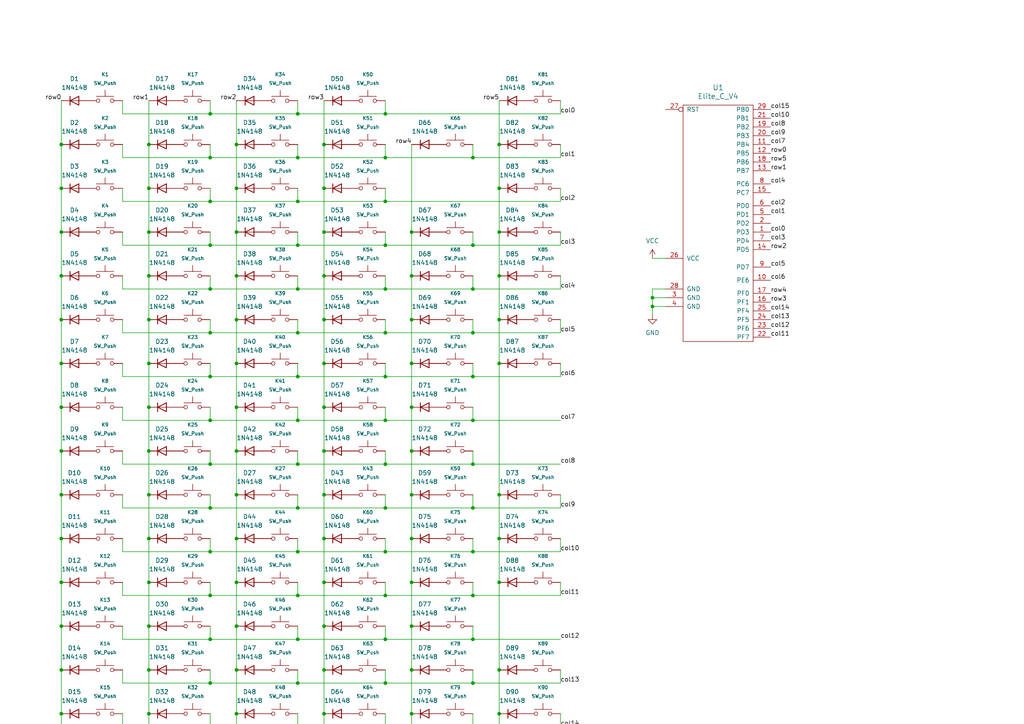
<source format=kicad_sch>
(kicad_sch (version 20230121) (generator eeschema)
  (paper "A4")
  (junction (at 43.18 118.11))
  (junction (at 17.78 130.81))
  (junction (at 86.36 109.22))
  (junction (at 137.16 198.12))
  (junction (at 68.58 41.91))
  (junction (at 43.18 130.81))
  (junction (at 68.58 181.61))
  (junction (at 43.18 156.21))
  (junction (at 43.18 92.71))
  (junction (at 86.36 45.72))
  (junction (at 43.18 168.91))
  (junction (at 68.58 92.71))
  (junction (at 17.78 41.91))
  (junction (at 144.78 41.91))
  (junction (at 119.38 67.31))
  (junction (at 111.76 58.42))
  (junction (at 137.16 121.92))
  (junction (at 111.76 172.72))
  (junction (at 93.98 41.91))
  (junction (at 17.78 156.21))
  (junction (at 111.76 83.82))
  (junction (at 93.98 118.11))
  (junction (at 119.38 194.31))
  (junction (at 86.36 198.12))
  (junction (at 17.78 67.31))
  (junction (at 17.78 168.91))
  (junction (at 43.18 143.51))
  (junction (at 137.16 172.72))
  (junction (at 111.76 71.12))
  (junction (at 43.18 181.61))
  (junction (at 111.76 147.32))
  (junction (at 144.78 54.61))
  (junction (at 86.36 134.62))
  (junction (at 111.76 109.22))
  (junction (at 17.78 105.41))
  (junction (at 17.78 194.31))
  (junction (at 68.58 156.21))
  (junction (at 93.98 92.71))
  (junction (at 60.96 121.92))
  (junction (at 86.36 96.52))
  (junction (at 43.18 207.01))
  (junction (at 17.78 143.51))
  (junction (at 93.98 54.61))
  (junction (at 144.78 105.41))
  (junction (at 60.96 33.02))
  (junction (at 93.98 207.01))
  (junction (at 111.76 210.82))
  (junction (at 144.78 67.31))
  (junction (at 119.38 118.11))
  (junction (at 111.76 96.52))
  (junction (at 111.76 223.52))
  (junction (at 17.78 80.01))
  (junction (at 17.78 118.11))
  (junction (at 86.36 185.42))
  (junction (at 137.16 109.22))
  (junction (at 111.76 198.12))
  (junction (at 68.58 143.51))
  (junction (at 137.16 147.32))
  (junction (at 119.38 181.61))
  (junction (at 60.96 45.72))
  (junction (at 68.58 130.81))
  (junction (at 60.96 185.42))
  (junction (at 86.36 210.82))
  (junction (at 119.38 207.01))
  (junction (at 60.96 223.52))
  (junction (at 119.38 156.21))
  (junction (at 119.38 92.71))
  (junction (at 144.78 80.01))
  (junction (at 137.16 83.82))
  (junction (at 86.36 121.92))
  (junction (at 144.78 143.51))
  (junction (at 111.76 160.02))
  (junction (at 86.36 71.12))
  (junction (at 119.38 168.91))
  (junction (at 60.96 160.02))
  (junction (at 43.18 54.61))
  (junction (at 60.96 134.62))
  (junction (at 144.78 168.91))
  (junction (at 60.96 71.12))
  (junction (at 60.96 210.82))
  (junction (at 93.98 194.31))
  (junction (at 93.98 156.21))
  (junction (at 93.98 80.01))
  (junction (at 60.96 83.82))
  (junction (at 86.36 223.52))
  (junction (at 137.16 96.52))
  (junction (at 43.18 105.41))
  (junction (at 68.58 105.41))
  (junction (at 137.16 71.12))
  (junction (at 93.98 143.51))
  (junction (at 111.76 33.02))
  (junction (at 119.38 143.51))
  (junction (at 137.16 160.02))
  (junction (at 137.16 185.42))
  (junction (at 93.98 130.81))
  (junction (at 43.18 80.01))
  (junction (at 144.78 156.21))
  (junction (at 68.58 168.91))
  (junction (at 86.36 160.02))
  (junction (at 86.36 58.42))
  (junction (at 93.98 181.61))
  (junction (at 17.78 92.71))
  (junction (at 17.78 207.01))
  (junction (at 60.96 147.32))
  (junction (at 86.36 172.72))
  (junction (at 111.76 185.42))
  (junction (at 60.96 109.22))
  (junction (at 68.58 194.31))
  (junction (at 189.23 88.9))
  (junction (at 93.98 67.31))
  (junction (at 86.36 83.82))
  (junction (at 93.98 105.41))
  (junction (at 60.96 172.72))
  (junction (at 86.36 147.32))
  (junction (at 17.78 54.61))
  (junction (at 60.96 96.52))
  (junction (at 68.58 207.01))
  (junction (at 68.58 67.31))
  (junction (at 144.78 207.01))
  (junction (at 137.16 210.82))
  (junction (at 86.36 33.02))
  (junction (at 111.76 45.72))
  (junction (at 43.18 67.31))
  (junction (at 119.38 80.01))
  (junction (at 137.16 223.52))
  (junction (at 119.38 105.41))
  (junction (at 189.23 86.36))
  (junction (at 137.16 134.62))
  (junction (at 68.58 118.11))
  (junction (at 144.78 194.31))
  (junction (at 43.18 194.31))
  (junction (at 43.18 41.91))
  (junction (at 68.58 80.01))
  (junction (at 68.58 54.61))
  (junction (at 119.38 130.81))
  (junction (at 93.98 168.91))
  (junction (at 60.96 58.42))
  (junction (at 137.16 45.72))
  (junction (at 144.78 92.71))
  (junction (at 111.76 134.62))
  (junction (at 60.96 198.12))
  (junction (at 111.76 121.92))
  (junction (at 17.78 181.61))
  (wire (pts (xy 93.98 41.91) (xy 93.98 54.61)))
  (wire (pts (xy 162.56 67.31) (xy 162.56 71.12)))
  (wire (pts (xy 86.36 105.41) (xy 86.36 109.22)))
  (wire (pts (xy 111.76 80.01) (xy 111.76 83.82)))
  (wire (pts (xy 35.56 67.31) (xy 35.56 71.12)))
  (wire (pts (xy 189.23 74.93) (xy 193.04 74.93)))
  (wire (pts (xy 86.36 121.92) (xy 111.76 121.92)))
  (wire (pts (xy 35.56 194.31) (xy 35.56 198.12)))
  (wire (pts (xy 86.36 92.71) (xy 86.36 96.52)))
  (wire (pts (xy 93.98 194.31) (xy 93.98 207.01)))
  (wire (pts (xy 119.38 41.91) (xy 119.38 67.31)))
  (wire (pts (xy 137.16 143.51) (xy 137.16 147.32)))
  (wire (pts (xy 93.98 168.91) (xy 93.98 181.61)))
  (wire (pts (xy 162.56 105.41) (xy 162.56 109.22)))
  (wire (pts (xy 86.36 29.21) (xy 86.36 33.02)))
  (wire (pts (xy 86.36 143.51) (xy 86.36 147.32)))
  (wire (pts (xy 162.56 172.72) (xy 162.56 168.91)))
  (wire (pts (xy 35.56 143.51) (xy 35.56 147.32)))
  (wire (pts (xy 68.58 168.91) (xy 68.58 181.61)))
  (wire (pts (xy 111.76 67.31) (xy 111.76 71.12)))
  (wire (pts (xy 60.96 96.52) (xy 86.36 96.52)))
  (wire (pts (xy 137.16 118.11) (xy 137.16 121.92)))
  (wire (pts (xy 93.98 143.51) (xy 93.98 156.21)))
  (wire (pts (xy 111.76 143.51) (xy 111.76 147.32)))
  (wire (pts (xy 144.78 194.31) (xy 144.78 207.01)))
  (wire (pts (xy 60.96 156.21) (xy 60.96 160.02)))
  (wire (pts (xy 137.16 105.41) (xy 137.16 109.22)))
  (wire (pts (xy 93.98 181.61) (xy 93.98 194.31)))
  (wire (pts (xy 111.76 172.72) (xy 137.16 172.72)))
  (wire (pts (xy 137.16 45.72) (xy 162.56 45.72)))
  (wire (pts (xy 17.78 92.71) (xy 17.78 105.41)))
  (wire (pts (xy 111.76 41.91) (xy 111.76 45.72)))
  (wire (pts (xy 137.16 96.52) (xy 162.56 96.52)))
  (wire (pts (xy 189.23 88.9) (xy 189.23 91.44)))
  (wire (pts (xy 43.18 29.21) (xy 43.18 41.91)))
  (wire (pts (xy 189.23 88.9) (xy 189.23 86.36)))
  (wire (pts (xy 17.78 118.11) (xy 17.78 130.81)))
  (wire (pts (xy 86.36 194.31) (xy 86.36 198.12)))
  (wire (pts (xy 86.36 181.61) (xy 86.36 185.42)))
  (wire (pts (xy 17.78 29.21) (xy 17.78 41.91)))
  (wire (pts (xy 137.16 71.12) (xy 162.56 71.12)))
  (wire (pts (xy 119.38 118.11) (xy 119.38 130.81)))
  (wire (pts (xy 111.76 83.82) (xy 137.16 83.82)))
  (wire (pts (xy 43.18 130.81) (xy 43.18 143.51)))
  (wire (pts (xy 35.56 207.01) (xy 35.56 210.82)))
  (wire (pts (xy 35.56 172.72) (xy 60.96 172.72)))
  (wire (pts (xy 119.38 181.61) (xy 119.38 194.31)))
  (wire (pts (xy 144.78 168.91) (xy 144.78 194.31)))
  (wire (pts (xy 119.38 168.91) (xy 119.38 181.61)))
  (wire (pts (xy 119.38 194.31) (xy 119.38 207.01)))
  (wire (pts (xy 43.18 194.31) (xy 43.18 207.01)))
  (wire (pts (xy 35.56 29.21) (xy 35.56 33.02)))
  (wire (pts (xy 60.96 45.72) (xy 86.36 45.72)))
  (wire (pts (xy 119.38 92.71) (xy 119.38 105.41)))
  (wire (pts (xy 17.78 67.31) (xy 17.78 80.01)))
  (wire (pts (xy 68.58 54.61) (xy 68.58 67.31)))
  (wire (pts (xy 68.58 194.31) (xy 68.58 207.01)))
  (wire (pts (xy 162.56 143.51) (xy 162.56 147.32)))
  (wire (pts (xy 17.78 207.01) (xy 17.78 219.71)))
  (wire (pts (xy 60.96 130.81) (xy 60.96 134.62)))
  (wire (pts (xy 189.23 86.36) (xy 193.04 86.36)))
  (wire (pts (xy 162.56 121.92) (xy 137.16 121.92)))
  (wire (pts (xy 111.76 210.82) (xy 137.16 210.82)))
  (wire (pts (xy 68.58 29.21) (xy 68.58 41.91)))
  (wire (pts (xy 17.78 168.91) (xy 17.78 181.61)))
  (wire (pts (xy 68.58 181.61) (xy 68.58 194.31)))
  (wire (pts (xy 162.56 198.12) (xy 162.56 194.31)))
  (wire (pts (xy 93.98 67.31) (xy 93.98 80.01)))
  (wire (pts (xy 68.58 105.41) (xy 68.58 118.11)))
  (wire (pts (xy 137.16 198.12) (xy 162.56 198.12)))
  (wire (pts (xy 60.96 105.41) (xy 60.96 109.22)))
  (wire (pts (xy 17.78 181.61) (xy 17.78 194.31)))
  (wire (pts (xy 86.36 58.42) (xy 111.76 58.42)))
  (wire (pts (xy 35.56 109.22) (xy 60.96 109.22)))
  (wire (pts (xy 137.16 92.71) (xy 137.16 96.52)))
  (wire (pts (xy 111.76 121.92) (xy 137.16 121.92)))
  (wire (pts (xy 137.16 130.81) (xy 137.16 134.62)))
  (wire (pts (xy 68.58 143.51) (xy 68.58 156.21)))
  (wire (pts (xy 35.56 198.12) (xy 60.96 198.12)))
  (wire (pts (xy 35.56 181.61) (xy 35.56 185.42)))
  (wire (pts (xy 68.58 207.01) (xy 68.58 219.71)))
  (wire (pts (xy 60.96 194.31) (xy 60.96 198.12)))
  (wire (pts (xy 43.18 156.21) (xy 43.18 168.91)))
  (wire (pts (xy 60.96 83.82) (xy 86.36 83.82)))
  (wire (pts (xy 111.76 33.02) (xy 162.56 33.02)))
  (wire (pts (xy 60.96 118.11) (xy 60.96 121.92)))
  (wire (pts (xy 68.58 92.71) (xy 68.58 105.41)))
  (wire (pts (xy 137.16 41.91) (xy 137.16 45.72)))
  (wire (pts (xy 43.18 92.71) (xy 43.18 105.41)))
  (wire (pts (xy 144.78 54.61) (xy 144.78 67.31)))
  (wire (pts (xy 60.96 185.42) (xy 86.36 185.42)))
  (wire (pts (xy 111.76 130.81) (xy 111.76 134.62)))
  (wire (pts (xy 93.98 118.11) (xy 93.98 130.81)))
  (wire (pts (xy 137.16 109.22) (xy 162.56 109.22)))
  (wire (pts (xy 137.16 210.82) (xy 162.56 210.82)))
  (wire (pts (xy 68.58 130.81) (xy 68.58 143.51)))
  (wire (pts (xy 60.96 41.91) (xy 60.96 45.72)))
  (wire (pts (xy 60.96 147.32) (xy 86.36 147.32)))
  (wire (pts (xy 86.36 83.82) (xy 111.76 83.82)))
  (wire (pts (xy 43.18 207.01) (xy 43.18 219.71)))
  (wire (pts (xy 119.38 130.81) (xy 119.38 143.51)))
  (wire (pts (xy 60.96 207.01) (xy 60.96 210.82)))
  (wire (pts (xy 144.78 207.01) (xy 144.78 219.71)))
  (wire (pts (xy 111.76 92.71) (xy 111.76 96.52)))
  (wire (pts (xy 111.76 105.41) (xy 111.76 109.22)))
  (wire (pts (xy 86.36 71.12) (xy 111.76 71.12)))
  (wire (pts (xy 137.16 223.52) (xy 137.16 219.71)))
  (wire (pts (xy 137.16 207.01) (xy 137.16 210.82)))
  (wire (pts (xy 162.56 134.62) (xy 137.16 134.62)))
  (wire (pts (xy 93.98 130.81) (xy 93.98 143.51)))
  (wire (pts (xy 111.76 45.72) (xy 137.16 45.72)))
  (wire (pts (xy 162.56 41.91) (xy 162.56 45.72)))
  (wire (pts (xy 137.16 185.42) (xy 162.56 185.42)))
  (wire (pts (xy 137.16 156.21) (xy 137.16 160.02)))
  (wire (pts (xy 60.96 168.91) (xy 60.96 172.72)))
  (wire (pts (xy 35.56 45.72) (xy 60.96 45.72)))
  (wire (pts (xy 137.16 80.01) (xy 137.16 83.82)))
  (wire (pts (xy 60.96 54.61) (xy 60.96 58.42)))
  (wire (pts (xy 43.18 54.61) (xy 43.18 67.31)))
  (wire (pts (xy 162.56 80.01) (xy 162.56 83.82)))
  (wire (pts (xy 17.78 194.31) (xy 17.78 207.01)))
  (wire (pts (xy 144.78 156.21) (xy 144.78 168.91)))
  (wire (pts (xy 111.76 198.12) (xy 137.16 198.12)))
  (wire (pts (xy 35.56 105.41) (xy 35.56 109.22)))
  (wire (pts (xy 35.56 92.71) (xy 35.56 96.52)))
  (wire (pts (xy 60.96 33.02) (xy 86.36 33.02)))
  (wire (pts (xy 35.56 223.52) (xy 60.96 223.52)))
  (wire (pts (xy 86.36 67.31) (xy 86.36 71.12)))
  (wire (pts (xy 137.16 168.91) (xy 137.16 172.72)))
  (wire (pts (xy 111.76 134.62) (xy 137.16 134.62)))
  (wire (pts (xy 86.36 160.02) (xy 111.76 160.02)))
  (wire (pts (xy 111.76 54.61) (xy 111.76 58.42)))
  (wire (pts (xy 35.56 130.81) (xy 35.56 134.62)))
  (wire (pts (xy 119.38 207.01) (xy 119.38 219.71)))
  (wire (pts (xy 137.16 172.72) (xy 162.56 172.72)))
  (wire (pts (xy 111.76 71.12) (xy 137.16 71.12)))
  (wire (pts (xy 144.78 80.01) (xy 144.78 92.71)))
  (wire (pts (xy 17.78 156.21) (xy 17.78 168.91)))
  (wire (pts (xy 86.36 109.22) (xy 111.76 109.22)))
  (wire (pts (xy 17.78 130.81) (xy 17.78 143.51)))
  (wire (pts (xy 111.76 96.52) (xy 137.16 96.52)))
  (wire (pts (xy 35.56 147.32) (xy 60.96 147.32)))
  (wire (pts (xy 17.78 80.01) (xy 17.78 92.71)))
  (wire (pts (xy 93.98 29.21) (xy 93.98 41.91)))
  (wire (pts (xy 35.56 219.71) (xy 35.56 223.52)))
  (wire (pts (xy 144.78 105.41) (xy 144.78 143.51)))
  (wire (pts (xy 93.98 105.41) (xy 93.98 118.11)))
  (wire (pts (xy 17.78 41.91) (xy 17.78 54.61)))
  (wire (pts (xy 86.36 134.62) (xy 111.76 134.62)))
  (wire (pts (xy 137.16 194.31) (xy 137.16 198.12)))
  (wire (pts (xy 86.36 207.01) (xy 86.36 210.82)))
  (wire (pts (xy 86.36 185.42) (xy 111.76 185.42)))
  (wire (pts (xy 60.96 109.22) (xy 86.36 109.22)))
  (wire (pts (xy 86.36 54.61) (xy 86.36 58.42)))
  (wire (pts (xy 111.76 219.71) (xy 111.76 223.52)))
  (wire (pts (xy 35.56 160.02) (xy 60.96 160.02)))
  (wire (pts (xy 162.56 29.21) (xy 162.56 33.02)))
  (wire (pts (xy 144.78 92.71) (xy 144.78 105.41)))
  (wire (pts (xy 111.76 223.52) (xy 137.16 223.52)))
  (wire (pts (xy 35.56 33.02) (xy 60.96 33.02)))
  (wire (pts (xy 68.58 156.21) (xy 68.58 168.91)))
  (wire (pts (xy 111.76 185.42) (xy 137.16 185.42)))
  (wire (pts (xy 35.56 168.91) (xy 35.56 172.72)))
  (wire (pts (xy 193.04 88.9) (xy 189.23 88.9)))
  (wire (pts (xy 60.96 134.62) (xy 86.36 134.62)))
  (wire (pts (xy 43.18 118.11) (xy 43.18 130.81)))
  (wire (pts (xy 68.58 41.91) (xy 68.58 54.61)))
  (wire (pts (xy 119.38 80.01) (xy 119.38 92.71)))
  (wire (pts (xy 144.78 41.91) (xy 144.78 54.61)))
  (wire (pts (xy 43.18 41.91) (xy 43.18 54.61)))
  (wire (pts (xy 144.78 67.31) (xy 144.78 80.01)))
  (wire (pts (xy 86.36 210.82) (xy 111.76 210.82)))
  (wire (pts (xy 86.36 41.91) (xy 86.36 45.72)))
  (wire (pts (xy 43.18 143.51) (xy 43.18 156.21)))
  (wire (pts (xy 60.96 92.71) (xy 60.96 96.52)))
  (wire (pts (xy 137.16 160.02) (xy 162.56 160.02)))
  (wire (pts (xy 60.96 172.72) (xy 86.36 172.72)))
  (wire (pts (xy 162.56 223.52) (xy 162.56 219.71)))
  (wire (pts (xy 137.16 147.32) (xy 111.76 147.32)))
  (wire (pts (xy 86.36 96.52) (xy 111.76 96.52)))
  (wire (pts (xy 111.76 156.21) (xy 111.76 160.02)))
  (wire (pts (xy 35.56 41.91) (xy 35.56 45.72)))
  (wire (pts (xy 144.78 143.51) (xy 144.78 156.21)))
  (wire (pts (xy 86.36 219.71) (xy 86.36 223.52)))
  (wire (pts (xy 86.36 223.52) (xy 111.76 223.52)))
  (wire (pts (xy 35.56 58.42) (xy 60.96 58.42)))
  (wire (pts (xy 93.98 92.71) (xy 93.98 105.41)))
  (wire (pts (xy 43.18 67.31) (xy 43.18 80.01)))
  (wire (pts (xy 60.96 160.02) (xy 86.36 160.02)))
  (wire (pts (xy 86.36 156.21) (xy 86.36 160.02)))
  (wire (pts (xy 68.58 67.31) (xy 68.58 80.01)))
  (wire (pts (xy 162.56 92.71) (xy 162.56 96.52)))
  (wire (pts (xy 35.56 118.11) (xy 35.56 121.92)))
  (wire (pts (xy 137.16 67.31) (xy 137.16 71.12)))
  (wire (pts (xy 162.56 156.21) (xy 162.56 160.02)))
  (wire (pts (xy 60.96 181.61) (xy 60.96 185.42)))
  (wire (pts (xy 35.56 210.82) (xy 60.96 210.82)))
  (wire (pts (xy 60.96 198.12) (xy 86.36 198.12)))
  (wire (pts (xy 60.96 219.71) (xy 60.96 223.52)))
  (wire (pts (xy 162.56 210.82) (xy 162.56 207.01)))
  (wire (pts (xy 60.96 143.51) (xy 60.96 147.32)))
  (wire (pts (xy 93.98 207.01) (xy 93.98 219.71)))
  (wire (pts (xy 86.36 168.91) (xy 86.36 172.72)))
  (wire (pts (xy 111.76 194.31) (xy 111.76 198.12)))
  (wire (pts (xy 17.78 54.61) (xy 17.78 67.31)))
  (wire (pts (xy 35.56 185.42) (xy 60.96 185.42)))
  (wire (pts (xy 86.36 172.72) (xy 111.76 172.72)))
  (wire (pts (xy 60.96 71.12) (xy 86.36 71.12)))
  (wire (pts (xy 137.16 223.52) (xy 162.56 223.52)))
  (wire (pts (xy 60.96 80.01) (xy 60.96 83.82)))
  (wire (pts (xy 60.96 58.42) (xy 86.36 58.42)))
  (wire (pts (xy 111.76 181.61) (xy 111.76 185.42)))
  (wire (pts (xy 60.96 29.21) (xy 60.96 33.02)))
  (wire (pts (xy 86.36 118.11) (xy 86.36 121.92)))
  (wire (pts (xy 60.96 67.31) (xy 60.96 71.12)))
  (wire (pts (xy 35.56 83.82) (xy 60.96 83.82)))
  (wire (pts (xy 60.96 223.52) (xy 86.36 223.52)))
  (wire (pts (xy 43.18 168.91) (xy 43.18 181.61)))
  (wire (pts (xy 111.76 160.02) (xy 137.16 160.02)))
  (wire (pts (xy 111.76 58.42) (xy 162.56 58.42)))
  (wire (pts (xy 162.56 54.61) (xy 162.56 58.42)))
  (wire (pts (xy 35.56 80.01) (xy 35.56 83.82)))
  (wire (pts (xy 35.56 134.62) (xy 60.96 134.62)))
  (wire (pts (xy 137.16 181.61) (xy 137.16 185.42)))
  (wire (pts (xy 68.58 118.11) (xy 68.58 130.81)))
  (wire (pts (xy 86.36 45.72) (xy 111.76 45.72)))
  (wire (pts (xy 60.96 121.92) (xy 86.36 121.92)))
  (wire (pts (xy 119.38 156.21) (xy 119.38 168.91)))
  (wire (pts (xy 68.58 80.01) (xy 68.58 92.71)))
  (wire (pts (xy 86.36 198.12) (xy 111.76 198.12)))
  (wire (pts (xy 60.96 210.82) (xy 86.36 210.82)))
  (wire (pts (xy 86.36 33.02) (xy 111.76 33.02)))
  (wire (pts (xy 86.36 80.01) (xy 86.36 83.82)))
  (wire (pts (xy 137.16 83.82) (xy 162.56 83.82)))
  (wire (pts (xy 111.76 207.01) (xy 111.76 210.82)))
  (wire (pts (xy 17.78 143.51) (xy 17.78 156.21)))
  (wire (pts (xy 111.76 118.11) (xy 111.76 121.92)))
  (wire (pts (xy 93.98 156.21) (xy 93.98 168.91)))
  (wire (pts (xy 43.18 80.01) (xy 43.18 92.71)))
  (wire (pts (xy 119.38 143.51) (xy 119.38 156.21)))
  (wire (pts (xy 43.18 181.61) (xy 43.18 194.31)))
  (wire (pts (xy 35.56 71.12) (xy 60.96 71.12)))
  (wire (pts (xy 35.56 96.52) (xy 60.96 96.52)))
  (wire (pts (xy 43.18 105.41) (xy 43.18 118.11)))
  (wire (pts (xy 189.23 83.82) (xy 189.23 86.36)))
  (wire (pts (xy 86.36 130.81) (xy 86.36 134.62)))
  (wire (pts (xy 119.38 105.41) (xy 119.38 118.11)))
  (wire (pts (xy 111.76 29.21) (xy 111.76 33.02)))
  (wire (pts (xy 111.76 168.91) (xy 111.76 172.72)))
  (wire (pts (xy 144.78 29.21) (xy 144.78 41.91)))
  (wire (pts (xy 35.56 121.92) (xy 60.96 121.92)))
  (wire (pts (xy 111.76 109.22) (xy 137.16 109.22)))
  (wire (pts (xy 86.36 147.32) (xy 111.76 147.32)))
  (wire (pts (xy 193.04 83.82) (xy 189.23 83.82)))
  (wire (pts (xy 35.56 54.61) (xy 35.56 58.42)))
  (wire (pts (xy 35.56 156.21) (xy 35.56 160.02)))
  (wire (pts (xy 93.98 80.01) (xy 93.98 92.71)))
  (wire (pts (xy 119.38 67.31) (xy 119.38 80.01)))
  (wire (pts (xy 17.78 105.41) (xy 17.78 118.11)))
  (wire (pts (xy 93.98 54.61) (xy 93.98 67.31)))
  (wire (pts (xy 162.56 147.32) (xy 137.16 147.32)))
  (label "col12" (at 162.56 185.42 0))
  (label "col13" (at 162.56 198.12 0))
  (label "row4" (at 223.52 85.09 0))
  (label "col5" (at 223.52 77.47 0))
  (label "row3" (at 223.52 87.63 0))
  (label "row1" (at 223.52 49.53 0))
  (label "col1" (at 223.52 62.23 0))
  (label "col6" (at 162.56 109.22 0))
  (label "col1" (at 162.56 45.72 0))
  (label "col10" (at 223.52 34.29 0))
  (label "row0" (at 17.78 29.21 180))
  (label "col8" (at 223.52 36.83 0))
  (label "col3" (at 223.52 69.85 0))
  (label "col8" (at 162.56 134.62 0))
  (label "col12" (at 223.52 95.25 0))
  (label "col13" (at 223.52 92.71 0))
  (label "col10" (at 162.56 160.02 0))
  (label "col2" (at 162.56 58.42 0))
  (label "col15" (at 223.52 31.75 0))
  (label "col7" (at 223.52 41.91 0))
  (label "row2" (at 223.52 72.39 0))
  (label "row1" (at 43.18 29.21 180))
  (label "col9" (at 223.52 39.37 0))
  (label "col6" (at 223.52 81.28 0))
  (label "col4" (at 162.56 83.82 0))
  (label "col3" (at 162.56 71.12 0))
  (label "row2" (at 68.58 29.21 180))
  (label "col14" (at 223.52 90.17 0))
  (label "row0" (at 223.52 44.45 0))
  (label "col0" (at 162.56 33.02 0))
  (label "col0" (at 223.52 67.31 0))
  (label "col5" (at 162.56 96.52 0))
  (label "row5" (at 223.52 46.99 0))
  (label "col15" (at 162.56 223.52 0))
  (label "col11" (at 223.52 97.79 0))
  (label "row5" (at 144.78 29.21 180))
  (label "row4" (at 119.38 41.91 180))
  (label "row3" (at 93.98 29.21 180))
  (label "col14" (at 162.56 210.82 0))
  (label "col2" (at 223.52 59.69 0))
  (label "col4" (at 223.52 53.34 0))
  (label "col7" (at 162.56 121.92 0))
  (label "col9" (at 162.56 147.32 0))
  (label "col11" (at 162.56 172.72 0))
  (symbol (lib_id "Diode:1N4148") (at 46.99 130.81 0) (unit 1)
    (property "Reference" "D25" (at 46.99 124.46 0))
    (property "Value" "1N4148" (at 46.99 127 0))
    (property "Footprint" "keebs:D_SOD123_noSM_v1.0" (effects hide))
    (property "Datasheet" "https://assets.nexperia.com/documents/data-sheet/1N4148_1N4448.pdf" (effects hide))
    (property "Sim.Device" "D" (effects hide))
    (property "Sim.Pins" "1=K 2=A" (effects hide))
  )
  (symbol (lib_id "power:VCC") (at 189.23 74.93 0) (unit 1)
    (property "Reference" "#PWR02" (effects hide))
    (property "Value" "VCC" (at 189.23 69.85 0))
  )
  (symbol (lib_id "Diode:1N4148") (at 21.59 219.71 0) (unit 1)
    (property "Reference" "D16" (at 21.59 213.36 0))
    (property "Value" "1N4148" (at 21.59 215.9 0))
    (property "Footprint" "keebs:D_SOD123_noSM_v1.0" (effects hide))
    (property "Datasheet" "https://assets.nexperia.com/documents/data-sheet/1N4148_1N4448.pdf" (effects hide))
    (property "Sim.Device" "D" (effects hide))
    (property "Sim.Pins" "1=K 2=A" (effects hide))
  )
  (symbol (lib_id "fletcher_keebs:SW_Push") (at 106.68 67.31 0) (unit 1)
    (property "Reference" "K53" (at 106.68 59.69 0) (effects (font (size 1 1))))
    (property "Value" "SW_Push" (at 106.68 62.23 0) (effects (font (size 1 1))))
    (property "Footprint" "keebs:Mx_ONLY_100" (effects hide))
  )
  (symbol (lib_id "Diode:1N4148") (at 148.59 105.41 0) (unit 1)
    (property "Reference" "D87" (at 148.59 99.06 0))
    (property "Value" "1N4148" (at 148.59 101.6 0))
    (property "Footprint" "keebs:D_SOD123_noSM_v1.0" (effects hide))
    (property "Datasheet" "https://assets.nexperia.com/documents/data-sheet/1N4148_1N4448.pdf" (effects hide))
    (property "Sim.Device" "D" (effects hide))
    (property "Sim.Pins" "1=K 2=A" (effects hide))
  )
  (symbol (lib_id "fletcher_keebs:SW_Push") (at 106.68 194.31 0) (unit 1)
    (property "Reference" "K63" (at 106.68 186.69 0) (effects (font (size 1 1))))
    (property "Value" "SW_Push" (at 106.68 189.23 0) (effects (font (size 1 1))))
    (property "Footprint" "keebs:Mx_ONLY_100" (effects hide))
  )
  (symbol (lib_id "Diode:1N4148") (at 72.39 156.21 0) (unit 1)
    (property "Reference" "D44" (at 72.39 149.86 0))
    (property "Value" "1N4148" (at 72.39 152.4 0))
    (property "Footprint" "keebs:D_SOD123_noSM_v1.0" (effects hide))
    (property "Datasheet" "https://assets.nexperia.com/documents/data-sheet/1N4148_1N4448.pdf" (effects hide))
    (property "Sim.Device" "D" (effects hide))
    (property "Sim.Pins" "1=K 2=A" (effects hide))
  )
  (symbol (lib_id "Diode:1N4148") (at 21.59 130.81 0) (unit 1)
    (property "Reference" "D9" (at 21.59 124.46 0))
    (property "Value" "1N4148" (at 21.59 127 0))
    (property "Footprint" "keebs:D_SOD123_noSM_v1.0" (effects hide))
    (property "Datasheet" "https://assets.nexperia.com/documents/data-sheet/1N4148_1N4448.pdf" (effects hide))
    (property "Sim.Device" "D" (effects hide))
    (property "Sim.Pins" "1=K 2=A" (effects hide))
  )
  (symbol (lib_id "Diode:1N4148") (at 72.39 181.61 0) (unit 1)
    (property "Reference" "D46" (at 72.39 175.26 0))
    (property "Value" "1N4148" (at 72.39 177.8 0))
    (property "Footprint" "keebs:D_SOD123_noSM_v1.0" (effects hide))
    (property "Datasheet" "https://assets.nexperia.com/documents/data-sheet/1N4148_1N4448.pdf" (effects hide))
    (property "Sim.Device" "D" (effects hide))
    (property "Sim.Pins" "1=K 2=A" (effects hide))
  )
  (symbol (lib_id "fletcher_keebs:SW_Push") (at 30.48 118.11 0) (unit 1)
    (property "Reference" "K8" (at 30.48 110.49 0) (effects (font (size 1 1))))
    (property "Value" "SW_Push" (at 30.48 113.03 0) (effects (font (size 1 1))))
    (property "Footprint" "keebs:Mx_ONLY_100" (effects hide))
  )
  (symbol (lib_id "Diode:1N4148") (at 97.79 67.31 0) (unit 1)
    (property "Reference" "D53" (at 97.79 60.96 0))
    (property "Value" "1N4148" (at 97.79 63.5 0))
    (property "Footprint" "keebs:D_SOD123_noSM_v1.0" (effects hide))
    (property "Datasheet" "https://assets.nexperia.com/documents/data-sheet/1N4148_1N4448.pdf" (effects hide))
    (property "Sim.Device" "D" (effects hide))
    (property "Sim.Pins" "1=K 2=A" (effects hide))
  )
  (symbol (lib_id "fletcher_keebs:SW_Push") (at 30.48 143.51 0) (unit 1)
    (property "Reference" "K10" (at 30.48 135.89 0) (effects (font (size 1 1))))
    (property "Value" "SW_Push" (at 30.48 138.43 0) (effects (font (size 1 1))))
    (property "Footprint" "keebs:Mx_ONLY_100" (effects hide))
  )
  (symbol (lib_id "Diode:1N4148") (at 123.19 80.01 0) (unit 1)
    (property "Reference" "D68" (at 123.19 73.66 0))
    (property "Value" "1N4148" (at 123.19 76.2 0))
    (property "Footprint" "keebs:D_SOD123_noSM_v1.0" (effects hide))
    (property "Datasheet" "https://assets.nexperia.com/documents/data-sheet/1N4148_1N4448.pdf" (effects hide))
    (property "Sim.Device" "D" (effects hide))
    (property "Sim.Pins" "1=K 2=A" (effects hide))
  )
  (symbol (lib_id "fletcher_keebs:SW_Push") (at 81.28 29.21 0) (unit 1)
    (property "Reference" "K34" (at 81.28 21.59 0) (effects (font (size 1 1))))
    (property "Value" "SW_Push" (at 81.28 24.13 0) (effects (font (size 1 1))))
    (property "Footprint" "keebs:Mx_ONLY_100" (effects hide))
  )
  (symbol (lib_id "Diode:1N4148") (at 46.99 105.41 0) (unit 1)
    (property "Reference" "D23" (at 46.99 99.06 0))
    (property "Value" "1N4148" (at 46.99 101.6 0))
    (property "Footprint" "keebs:D_SOD123_noSM_v1.0" (effects hide))
    (property "Datasheet" "https://assets.nexperia.com/documents/data-sheet/1N4148_1N4448.pdf" (effects hide))
    (property "Sim.Device" "D" (effects hide))
    (property "Sim.Pins" "1=K 2=A" (effects hide))
  )
  (symbol (lib_id "Diode:1N4148") (at 123.19 67.31 0) (unit 1)
    (property "Reference" "D67" (at 123.19 60.96 0))
    (property "Value" "1N4148" (at 123.19 63.5 0))
    (property "Footprint" "keebs:D_SOD123_noSM_v1.0" (effects hide))
    (property "Datasheet" "https://assets.nexperia.com/documents/data-sheet/1N4148_1N4448.pdf" (effects hide))
    (property "Sim.Device" "D" (effects hide))
    (property "Sim.Pins" "1=K 2=A" (effects hide))
  )
  (symbol (lib_id "fletcher_keebs:SW_Push") (at 81.28 54.61 0) (unit 1)
    (property "Reference" "K36" (at 81.28 46.99 0) (effects (font (size 1 1))))
    (property "Value" "SW_Push" (at 81.28 49.53 0) (effects (font (size 1 1))))
    (property "Footprint" "keebs:Mx_ONLY_100" (effects hide))
  )
  (symbol (lib_id "Diode:1N4148") (at 148.59 80.01 0) (unit 1)
    (property "Reference" "D85" (at 148.59 73.66 0))
    (property "Value" "1N4148" (at 148.59 76.2 0))
    (property "Footprint" "keebs:D_SOD123_noSM_v1.0" (effects hide))
    (property "Datasheet" "https://assets.nexperia.com/documents/data-sheet/1N4148_1N4448.pdf" (effects hide))
    (property "Sim.Device" "D" (effects hide))
    (property "Sim.Pins" "1=K 2=A" (effects hide))
  )
  (symbol (lib_id "Diode:1N4148") (at 46.99 207.01 0) (unit 1)
    (property "Reference" "D32" (at 46.99 200.66 0))
    (property "Value" "1N4148" (at 46.99 203.2 0))
    (property "Footprint" "keebs:D_SOD123_noSM_v1.0" (effects hide))
    (property "Datasheet" "https://assets.nexperia.com/documents/data-sheet/1N4148_1N4448.pdf" (effects hide))
    (property "Sim.Device" "D" (effects hide))
    (property "Sim.Pins" "1=K 2=A" (effects hide))
  )
  (symbol (lib_id "fletcher_keebs:SW_Push") (at 106.68 41.91 0) (unit 1)
    (property "Reference" "K51" (at 106.68 34.29 0) (effects (font (size 1 1))))
    (property "Value" "SW_Push" (at 106.68 36.83 0) (effects (font (size 1 1))))
    (property "Footprint" "keebs:Mx_ONLY_100" (effects hide))
  )
  (symbol (lib_id "Diode:1N4148") (at 72.39 29.21 0) (unit 1)
    (property "Reference" "D34" (at 72.39 22.86 0))
    (property "Value" "1N4148" (at 72.39 25.4 0))
    (property "Footprint" "keebs:D_SOD123_noSM_v1.0" (effects hide))
    (property "Datasheet" "https://assets.nexperia.com/documents/data-sheet/1N4148_1N4448.pdf" (effects hide))
    (property "Sim.Device" "D" (effects hide))
    (property "Sim.Pins" "1=K 2=A" (effects hide))
  )
  (symbol (lib_id "Diode:1N4148") (at 46.99 168.91 0) (unit 1)
    (property "Reference" "D29" (at 46.99 162.56 0))
    (property "Value" "1N4148" (at 46.99 165.1 0))
    (property "Footprint" "keebs:D_SOD123_noSM_v1.0" (effects hide))
    (property "Datasheet" "https://assets.nexperia.com/documents/data-sheet/1N4148_1N4448.pdf" (effects hide))
    (property "Sim.Device" "D" (effects hide))
    (property "Sim.Pins" "1=K 2=A" (effects hide))
  )
  (symbol (lib_id "fletcher_keebs:SW_Push") (at 30.48 92.71 0) (unit 1)
    (property "Reference" "K6" (at 30.48 85.09 0) (effects (font (size 1 1))))
    (property "Value" "SW_Push" (at 30.48 87.63 0) (effects (font (size 1 1))))
    (property "Footprint" "keebs:Mx_ONLY_100" (effects hide))
  )
  (symbol (lib_id "fletcher_keebs:SW_Push") (at 55.88 156.21 0) (unit 1)
    (property "Reference" "K28" (at 55.88 148.59 0) (effects (font (size 1 1))))
    (property "Value" "SW_Push" (at 55.88 151.13 0) (effects (font (size 1 1))))
    (property "Footprint" "keebs:Mx_ONLY_100" (effects hide))
  )
  (symbol (lib_id "fletcher_keebs:SW_Push") (at 157.48 80.01 0) (unit 1)
    (property "Reference" "K85" (at 157.48 72.39 0) (effects (font (size 1 1))))
    (property "Value" "SW_Push" (at 157.48 74.93 0) (effects (font (size 1 1))))
    (property "Footprint" "keebs:Mx_ONLY_100" (effects hide))
  )
  (symbol (lib_id "Diode:1N4148") (at 123.19 219.71 0) (unit 1)
    (property "Reference" "D80" (at 123.19 213.36 0))
    (property "Value" "1N4148" (at 123.19 215.9 0))
    (property "Footprint" "keebs:D_SOD123_noSM_v1.0" (effects hide))
    (property "Datasheet" "https://assets.nexperia.com/documents/data-sheet/1N4148_1N4448.pdf" (effects hide))
    (property "Sim.Device" "D" (effects hide))
    (property "Sim.Pins" "1=K 2=A" (effects hide))
  )
  (symbol (lib_id "Diode:1N4148") (at 123.19 194.31 0) (unit 1)
    (property "Reference" "D78" (at 123.19 187.96 0))
    (property "Value" "1N4148" (at 123.19 190.5 0))
    (property "Footprint" "keebs:D_SOD123_noSM_v1.0" (effects hide))
    (property "Datasheet" "https://assets.nexperia.com/documents/data-sheet/1N4148_1N4448.pdf" (effects hide))
    (property "Sim.Device" "D" (effects hide))
    (property "Sim.Pins" "1=K 2=A" (effects hide))
  )
  (symbol (lib_id "fletcher_keebs:SW_Push") (at 81.28 143.51 0) (unit 1)
    (property "Reference" "K27" (at 81.28 135.89 0) (effects (font (size 1 1))))
    (property "Value" "SW_Push" (at 81.28 138.43 0) (effects (font (size 1 1))))
    (property "Footprint" "keebs:Mx_ONLY_100" (effects hide))
  )
  (symbol (lib_id "fletcher_keebs:SW_Push") (at 106.68 105.41 0) (unit 1)
    (property "Reference" "K56" (at 106.68 97.79 0) (effects (font (size 1 1))))
    (property "Value" "SW_Push" (at 106.68 100.33 0) (effects (font (size 1 1))))
    (property "Footprint" "keebs:Mx_ONLY_100" (effects hide))
  )
  (symbol (lib_id "fletcher_keebs:SW_Push") (at 132.08 105.41 0) (unit 1)
    (property "Reference" "K70" (at 132.08 97.79 0) (effects (font (size 1 1))))
    (property "Value" "SW_Push" (at 132.08 100.33 0) (effects (font (size 1 1))))
    (property "Footprint" "keebs:Mx_ONLY_100" (effects hide))
  )
  (symbol (lib_id "Diode:1N4148") (at 97.79 29.21 0) (unit 1)
    (property "Reference" "D50" (at 97.79 22.86 0))
    (property "Value" "1N4148" (at 97.79 25.4 0))
    (property "Footprint" "keebs:D_SOD123_noSM_v1.0" (effects hide))
    (property "Datasheet" "https://assets.nexperia.com/documents/data-sheet/1N4148_1N4448.pdf" (effects hide))
    (property "Sim.Device" "D" (effects hide))
    (property "Sim.Pins" "1=K 2=A" (effects hide))
  )
  (symbol (lib_id "Diode:1N4148") (at 97.79 105.41 0) (unit 1)
    (property "Reference" "D56" (at 97.79 99.06 0))
    (property "Value" "1N4148" (at 97.79 101.6 0))
    (property "Footprint" "keebs:D_SOD123_noSM_v1.0" (effects hide))
    (property "Datasheet" "https://assets.nexperia.com/documents/data-sheet/1N4148_1N4448.pdf" (effects hide))
    (property "Sim.Device" "D" (effects hide))
    (property "Sim.Pins" "1=K 2=A" (effects hide))
  )
  (symbol (lib_id "Diode:1N4148") (at 72.39 105.41 0) (unit 1)
    (property "Reference" "D40" (at 72.39 99.06 0))
    (property "Value" "1N4148" (at 72.39 101.6 0))
    (property "Footprint" "keebs:D_SOD123_noSM_v1.0" (effects hide))
    (property "Datasheet" "https://assets.nexperia.com/documents/data-sheet/1N4148_1N4448.pdf" (effects hide))
    (property "Sim.Device" "D" (effects hide))
    (property "Sim.Pins" "1=K 2=A" (effects hide))
  )
  (symbol (lib_id "fletcher_keebs:SW_Push") (at 106.68 207.01 0) (unit 1)
    (property "Reference" "K64" (at 106.68 199.39 0) (effects (font (size 1 1))))
    (property "Value" "SW_Push" (at 106.68 201.93 0) (effects (font (size 1 1))))
    (property "Footprint" "keebs:Mx_ONLY_100" (effects hide))
  )
  (symbol (lib_id "fletcher_keebs:SW_Push") (at 30.48 80.01 0) (unit 1)
    (property "Reference" "K5" (at 30.48 72.39 0) (effects (font (size 1 1))))
    (property "Value" "SW_Push" (at 30.48 74.93 0) (effects (font (size 1 1))))
    (property "Footprint" "keebs:Mx_ONLY_100" (effects hide))
  )
  (symbol (lib_id "Diode:1N4148") (at 21.59 156.21 0) (unit 1)
    (property "Reference" "D11" (at 21.59 149.86 0))
    (property "Value" "1N4148" (at 21.59 152.4 0))
    (property "Footprint" "keebs:D_SOD123_noSM_v1.0" (effects hide))
    (property "Datasheet" "https://assets.nexperia.com/documents/data-sheet/1N4148_1N4448.pdf" (effects hide))
    (property "Sim.Device" "D" (effects hide))
    (property "Sim.Pins" "1=K 2=A" (effects hide))
  )
  (symbol (lib_id "fletcher_keebs:SW_Push") (at 132.08 41.91 0) (unit 1)
    (property "Reference" "K66" (at 132.08 34.29 0) (effects (font (size 1 1))))
    (property "Value" "SW_Push" (at 132.08 36.83 0) (effects (font (size 1 1))))
    (property "Footprint" "keebs:Mx_ONLY_100" (effects hide))
  )
  (symbol (lib_id "fletcher_keebs:SW_Push") (at 132.08 143.51 0) (unit 1)
    (property "Reference" "K59" (at 132.08 135.89 0) (effects (font (size 1 1))))
    (property "Value" "SW_Push" (at 132.08 138.43 0) (effects (font (size 1 1))))
    (property "Footprint" "keebs:Mx_ONLY_100" (effects hide))
  )
  (symbol (lib_id "fletcher_keebs:SW_Push") (at 106.68 29.21 0) (unit 1)
    (property "Reference" "K50" (at 106.68 21.59 0) (effects (font (size 1 1))))
    (property "Value" "SW_Push" (at 106.68 24.13 0) (effects (font (size 1 1))))
    (property "Footprint" "keebs:Mx_ONLY_100" (effects hide))
  )
  (symbol (lib_id "fletcher_keebs:Elite_C_V4") (at 208.28 64.77 0) (unit 1)
    (property "Reference" "U1" (at 208.28 25.4 0) (effects (font (size 1.524 1.524))))
    (property "Value" "Elite_C_V4" (at 208.28 27.94 0) (effects (font (size 1.524 1.524))))
    (property "Footprint" "keebs:Elite-CV4-v1.0" (effects hide))
  )
  (symbol (lib_id "fletcher_keebs:SW_Push") (at 30.48 130.81 0) (unit 1)
    (property "Reference" "K9" (at 30.48 123.19 0) (effects (font (size 1 1))))
    (property "Value" "SW_Push" (at 30.48 125.73 0) (effects (font (size 1 1))))
    (property "Footprint" "keebs:Mx_ONLY_100" (effects hide))
  )
  (symbol (lib_id "fletcher_keebs:SW_Push") (at 157.48 67.31 0) (unit 1)
    (property "Reference" "K84" (at 157.48 59.69 0) (effects (font (size 1 1))))
    (property "Value" "SW_Push" (at 157.48 62.23 0) (effects (font (size 1 1))))
    (property "Footprint" "keebs:Mx_ONLY_100" (effects hide))
  )
  (symbol (lib_id "power:GND") (at 189.23 91.44 0) (unit 1)
    (property "Reference" "#PWR01" (effects hide))
    (property "Value" "GND" (at 189.23 96.52 0))
  )
  (symbol (lib_id "fletcher_keebs:SW_Push") (at 55.88 181.61 0) (unit 1)
    (property "Reference" "K30" (at 55.88 173.99 0) (effects (font (size 1 1))))
    (property "Value" "SW_Push" (at 55.88 176.53 0) (effects (font (size 1 1))))
    (property "Footprint" "keebs:Mx_ONLY_100" (effects hide))
  )
  (symbol (lib_id "fletcher_keebs:SW_Push") (at 132.08 80.01 0) (unit 1)
    (property "Reference" "K68" (at 132.08 72.39 0) (effects (font (size 1 1))))
    (property "Value" "SW_Push" (at 132.08 74.93 0) (effects (font (size 1 1))))
    (property "Footprint" "keebs:Mx_ONLY_100" (effects hide))
  )
  (symbol (lib_id "fletcher_keebs:SW_Push") (at 81.28 92.71 0) (unit 1)
    (property "Reference" "K39" (at 81.28 85.09 0) (effects (font (size 1 1))))
    (property "Value" "SW_Push" (at 81.28 87.63 0) (effects (font (size 1 1))))
    (property "Footprint" "keebs:Mx_ONLY_100" (effects hide))
  )
  (symbol (lib_id "fletcher_keebs:SW_Push") (at 132.08 194.31 0) (unit 1)
    (property "Reference" "K78" (at 132.08 186.69 0) (effects (font (size 1 1))))
    (property "Value" "SW_Push" (at 132.08 189.23 0) (effects (font (size 1 1))))
    (property "Footprint" "keebs:Mx_ONLY_100" (effects hide))
  )
  (symbol (lib_id "Diode:1N4148") (at 21.59 92.71 0) (unit 1)
    (property "Reference" "D6" (at 21.59 86.36 0))
    (property "Value" "1N4148" (at 21.59 88.9 0))
    (property "Footprint" "keebs:D_SOD123_noSM_v1.0" (effects hide))
    (property "Datasheet" "https://assets.nexperia.com/documents/data-sheet/1N4148_1N4448.pdf" (effects hide))
    (property "Sim.Device" "D" (effects hide))
    (property "Sim.Pins" "1=K 2=A" (effects hide))
  )
  (symbol (lib_id "Diode:1N4148") (at 97.79 181.61 0) (unit 1)
    (property "Reference" "D62" (at 97.79 175.26 0))
    (property "Value" "1N4148" (at 97.79 177.8 0))
    (property "Footprint" "keebs:D_SOD123_noSM_v1.0" (effects hide))
    (property "Datasheet" "https://assets.nexperia.com/documents/data-sheet/1N4148_1N4448.pdf" (effects hide))
    (property "Sim.Device" "D" (effects hide))
    (property "Sim.Pins" "1=K 2=A" (effects hide))
  )
  (symbol (lib_id "fletcher_keebs:SW_Push") (at 132.08 92.71 0) (unit 1)
    (property "Reference" "K69" (at 132.08 85.09 0) (effects (font (size 1 1))))
    (property "Value" "SW_Push" (at 132.08 87.63 0) (effects (font (size 1 1))))
    (property "Footprint" "keebs:Mx_ONLY_100" (effects hide))
  )
  (symbol (lib_id "Diode:1N4148") (at 21.59 181.61 0) (unit 1)
    (property "Reference" "D13" (at 21.59 175.26 0))
    (property "Value" "1N4148" (at 21.59 177.8 0))
    (property "Footprint" "keebs:D_SOD123_noSM_v1.0" (effects hide))
    (property "Datasheet" "https://assets.nexperia.com/documents/data-sheet/1N4148_1N4448.pdf" (effects hide))
    (property "Sim.Device" "D" (effects hide))
    (property "Sim.Pins" "1=K 2=A" (effects hide))
  )
  (symbol (lib_id "Diode:1N4148") (at 148.59 143.51 0) (unit 1)
    (property "Reference" "D73" (at 148.59 137.16 0))
    (property "Value" "1N4148" (at 148.59 139.7 0))
    (property "Footprint" "keebs:D_SOD123_noSM_v1.0" (effects hide))
    (property "Datasheet" "https://assets.nexperia.com/documents/data-sheet/1N4148_1N4448.pdf" (effects hide))
    (property "Sim.Device" "D" (effects hide))
    (property "Sim.Pins" "1=K 2=A" (effects hide))
  )
  (symbol (lib_id "Diode:1N4148") (at 21.59 143.51 0) (unit 1)
    (property "Reference" "D10" (at 21.59 137.16 0))
    (property "Value" "1N4148" (at 21.59 139.7 0))
    (property "Footprint" "keebs:D_SOD123_noSM_v1.0" (effects hide))
    (property "Datasheet" "https://assets.nexperia.com/documents/data-sheet/1N4148_1N4448.pdf" (effects hide))
    (property "Sim.Device" "D" (effects hide))
    (property "Sim.Pins" "1=K 2=A" (effects hide))
  )
  (symbol (lib_id "fletcher_keebs:SW_Push") (at 55.88 130.81 0) (unit 1)
    (property "Reference" "K25" (at 55.88 123.19 0) (effects (font (size 1 1))))
    (property "Value" "SW_Push" (at 55.88 125.73 0) (effects (font (size 1 1))))
    (property "Footprint" "keebs:Mx_ONLY_100" (effects hide))
  )
  (symbol (lib_id "Diode:1N4148") (at 46.99 143.51 0) (unit 1)
    (property "Reference" "D26" (at 46.99 137.16 0))
    (property "Value" "1N4148" (at 46.99 139.7 0))
    (property "Footprint" "keebs:D_SOD123_noSM_v1.0" (effects hide))
    (property "Datasheet" "https://assets.nexperia.com/documents/data-sheet/1N4148_1N4448.pdf" (effects hide))
    (property "Sim.Device" "D" (effects hide))
    (property "Sim.Pins" "1=K 2=A" (effects hide))
  )
  (symbol (lib_id "Diode:1N4148") (at 148.59 168.91 0) (unit 1)
    (property "Reference" "D88" (at 148.59 162.56 0))
    (property "Value" "1N4148" (at 148.59 165.1 0))
    (property "Footprint" "keebs:D_SOD123_noSM_v1.0" (effects hide))
    (property "Datasheet" "https://assets.nexperia.com/documents/data-sheet/1N4148_1N4448.pdf" (effects hide))
    (property "Sim.Device" "D" (effects hide))
    (property "Sim.Pins" "1=K 2=A" (effects hide))
  )
  (symbol (lib_id "fletcher_keebs:SW_Push") (at 132.08 118.11 0) (unit 1)
    (property "Reference" "K71" (at 132.08 110.49 0) (effects (font (size 1 1))))
    (property "Value" "SW_Push" (at 132.08 113.03 0) (effects (font (size 1 1))))
    (property "Footprint" "keebs:Mx_ONLY_100" (effects hide))
  )
  (symbol (lib_id "Diode:1N4148") (at 46.99 41.91 0) (unit 1)
    (property "Reference" "D18" (at 46.99 35.56 0))
    (property "Value" "1N4148" (at 46.99 38.1 0))
    (property "Footprint" "keebs:D_SOD123_noSM_v1.0" (effects hide))
    (property "Datasheet" "https://assets.nexperia.com/documents/data-sheet/1N4148_1N4448.pdf" (effects hide))
    (property "Sim.Device" "D" (effects hide))
    (property "Sim.Pins" "1=K 2=A" (effects hide))
  )
  (symbol (lib_id "Diode:1N4148") (at 72.39 80.01 0) (unit 1)
    (property "Reference" "D38" (at 72.39 73.66 0))
    (property "Value" "1N4148" (at 72.39 76.2 0))
    (property "Footprint" "keebs:D_SOD123_noSM_v1.0" (effects hide))
    (property "Datasheet" "https://assets.nexperia.com/documents/data-sheet/1N4148_1N4448.pdf" (effects hide))
    (property "Sim.Device" "D" (effects hide))
    (property "Sim.Pins" "1=K 2=A" (effects hide))
  )
  (symbol (lib_id "Diode:1N4148") (at 97.79 168.91 0) (unit 1)
    (property "Reference" "D61" (at 97.79 162.56 0))
    (property "Value" "1N4148" (at 97.79 165.1 0))
    (property "Footprint" "keebs:D_SOD123_noSM_v1.0" (effects hide))
    (property "Datasheet" "https://assets.nexperia.com/documents/data-sheet/1N4148_1N4448.pdf" (effects hide))
    (property "Sim.Device" "D" (effects hide))
    (property "Sim.Pins" "1=K 2=A" (effects hide))
  )
  (symbol (lib_id "fletcher_keebs:SW_Push") (at 106.68 92.71 0) (unit 1)
    (property "Reference" "K55" (at 106.68 85.09 0) (effects (font (size 1 1))))
    (property "Value" "SW_Push" (at 106.68 87.63 0) (effects (font (size 1 1))))
    (property "Footprint" "keebs:Mx_ONLY_100" (effects hide))
  )
  (symbol (lib_id "Diode:1N4148") (at 46.99 181.61 0) (unit 1)
    (property "Reference" "D30" (at 46.99 175.26 0))
    (property "Value" "1N4148" (at 46.99 177.8 0))
    (property "Footprint" "keebs:D_SOD123_noSM_v1.0" (effects hide))
    (property "Datasheet" "https://assets.nexperia.com/documents/data-sheet/1N4148_1N4448.pdf" (effects hide))
    (property "Sim.Device" "D" (effects hide))
    (property "Sim.Pins" "1=K 2=A" (effects hide))
  )
  (symbol (lib_id "fletcher_keebs:SW_Push") (at 55.88 67.31 0) (unit 1)
    (property "Reference" "K20" (at 55.88 59.69 0) (effects (font (size 1 1))))
    (property "Value" "SW_Push" (at 55.88 62.23 0) (effects (font (size 1 1))))
    (property "Footprint" "keebs:Mx_ONLY_100" (effects hide))
  )
  (symbol (lib_id "fletcher_keebs:SW_Push") (at 81.28 168.91 0) (unit 1)
    (property "Reference" "K45" (at 81.28 161.29 0) (effects (font (size 1 1))))
    (property "Value" "SW_Push" (at 81.28 163.83 0) (effects (font (size 1 1))))
    (property "Footprint" "keebs:Mx_ONLY_100" (effects hide))
  )
  (symbol (lib_id "Diode:1N4148") (at 123.19 181.61 0) (unit 1)
    (property "Reference" "D77" (at 123.19 175.26 0))
    (property "Value" "1N4148" (at 123.19 177.8 0))
    (property "Footprint" "keebs:D_SOD123_noSM_v1.0" (effects hide))
    (property "Datasheet" "https://assets.nexperia.com/documents/data-sheet/1N4148_1N4448.pdf" (effects hide))
    (property "Sim.Device" "D" (effects hide))
    (property "Sim.Pins" "1=K 2=A" (effects hide))
  )
  (symbol (lib_id "fletcher_keebs:SW_Push") (at 81.28 219.71 0) (unit 1)
    (property "Reference" "K49" (at 81.28 212.09 0) (effects (font (size 1 1))))
    (property "Value" "SW_Push" (at 81.28 214.63 0) (effects (font (size 1 1))))
    (property "Footprint" "keebs:Mx_ONLY_100" (effects hide))
  )
  (symbol (lib_id "fletcher_keebs:SW_Push") (at 30.48 29.21 0) (unit 1)
    (property "Reference" "K1" (at 30.48 21.59 0) (effects (font (size 1 1))))
    (property "Value" "SW_Push" (at 30.48 24.13 0) (effects (font (size 1 1))))
    (property "Footprint" "keebs:Mx_ONLY_100" (effects hide))
  )
  (symbol (lib_id "fletcher_keebs:SW_Push") (at 55.88 54.61 0) (unit 1)
    (property "Reference" "K19" (at 55.88 46.99 0) (effects (font (size 1 1))))
    (property "Value" "SW_Push" (at 55.88 49.53 0) (effects (font (size 1 1))))
    (property "Footprint" "keebs:Mx_ONLY_100" (effects hide))
  )
  (symbol (lib_id "fletcher_keebs:SW_Push") (at 81.28 194.31 0) (unit 1)
    (property "Reference" "K47" (at 81.28 186.69 0) (effects (font (size 1 1))))
    (property "Value" "SW_Push" (at 81.28 189.23 0) (effects (font (size 1 1))))
    (property "Footprint" "keebs:Mx_ONLY_100" (effects hide))
  )
  (symbol (lib_id "fletcher_keebs:SW_Push") (at 30.48 67.31 0) (unit 1)
    (property "Reference" "K4" (at 30.48 59.69 0) (effects (font (size 1 1))))
    (property "Value" "SW_Push" (at 30.48 62.23 0) (effects (font (size 1 1))))
    (property "Footprint" "keebs:Mx_ONLY_100" (effects hide))
  )
  (symbol (lib_id "Diode:1N4148") (at 72.39 118.11 0) (unit 1)
    (property "Reference" "D41" (at 72.39 111.76 0))
    (property "Value" "1N4148" (at 72.39 114.3 0))
    (property "Footprint" "keebs:D_SOD123_noSM_v1.0" (effects hide))
    (property "Datasheet" "https://assets.nexperia.com/documents/data-sheet/1N4148_1N4448.pdf" (effects hide))
    (property "Sim.Device" "D" (effects hide))
    (property "Sim.Pins" "1=K 2=A" (effects hide))
  )
  (symbol (lib_id "fletcher_keebs:SW_Push") (at 106.68 143.51 0) (unit 1)
    (property "Reference" "K43" (at 106.68 135.89 0) (effects (font (size 1 1))))
    (property "Value" "SW_Push" (at 106.68 138.43 0) (effects (font (size 1 1))))
    (property "Footprint" "keebs:Mx_ONLY_100" (effects hide))
  )
  (symbol (lib_id "Diode:1N4148") (at 148.59 54.61 0) (unit 1)
    (property "Reference" "D83" (at 148.59 48.26 0))
    (property "Value" "1N4148" (at 148.59 50.8 0))
    (property "Footprint" "keebs:D_SOD123_noSM_v1.0" (effects hide))
    (property "Datasheet" "https://assets.nexperia.com/documents/data-sheet/1N4148_1N4448.pdf" (effects hide))
    (property "Sim.Device" "D" (effects hide))
    (property "Sim.Pins" "1=K 2=A" (effects hide))
  )
  (symbol (lib_id "Diode:1N4148") (at 97.79 130.81 0) (unit 1)
    (property "Reference" "D58" (at 97.79 124.46 0))
    (property "Value" "1N4148" (at 97.79 127 0))
    (property "Footprint" "keebs:D_SOD123_noSM_v1.0" (effects hide))
    (property "Datasheet" "https://assets.nexperia.com/documents/data-sheet/1N4148_1N4448.pdf" (effects hide))
    (property "Sim.Device" "D" (effects hide))
    (property "Sim.Pins" "1=K 2=A" (effects hide))
  )
  (symbol (lib_id "Diode:1N4148") (at 72.39 143.51 0) (unit 1)
    (property "Reference" "D27" (at 72.39 137.16 0))
    (property "Value" "1N4148" (at 72.39 139.7 0))
    (property "Footprint" "keebs:D_SOD123_noSM_v1.0" (effects hide))
    (property "Datasheet" "https://assets.nexperia.com/documents/data-sheet/1N4148_1N4448.pdf" (effects hide))
    (property "Sim.Device" "D" (effects hide))
    (property "Sim.Pins" "1=K 2=A" (effects hide))
  )
  (symbol (lib_id "Diode:1N4148") (at 21.59 29.21 0) (unit 1)
    (property "Reference" "D1" (at 21.59 22.86 0))
    (property "Value" "1N4148" (at 21.59 25.4 0))
    (property "Footprint" "keebs:D_SOD123_noSM_v1.0" (effects hide))
    (property "Datasheet" "https://assets.nexperia.com/documents/data-sheet/1N4148_1N4448.pdf" (effects hide))
    (property "Sim.Device" "D" (effects hide))
    (property "Sim.Pins" "1=K 2=A" (effects hide))
  )
  (symbol (lib_id "Diode:1N4148") (at 46.99 92.71 0) (unit 1)
    (property "Reference" "D22" (at 46.99 86.36 0))
    (property "Value" "1N4148" (at 46.99 88.9 0))
    (property "Footprint" "keebs:D_SOD123_noSM_v1.0" (effects hide))
    (property "Datasheet" "https://assets.nexperia.com/documents/data-sheet/1N4148_1N4448.pdf" (effects hide))
    (property "Sim.Device" "D" (effects hide))
    (property "Sim.Pins" "1=K 2=A" (effects hide))
  )
  (symbol (lib_id "Diode:1N4148") (at 46.99 118.11 0) (unit 1)
    (property "Reference" "D24" (at 46.99 111.76 0))
    (property "Value" "1N4148" (at 46.99 114.3 0))
    (property "Footprint" "keebs:D_SOD123_noSM_v1.0" (effects hide))
    (property "Datasheet" "https://assets.nexperia.com/documents/data-sheet/1N4148_1N4448.pdf" (effects hide))
    (property "Sim.Device" "D" (effects hide))
    (property "Sim.Pins" "1=K 2=A" (effects hide))
  )
  (symbol (lib_id "fletcher_keebs:SW_Push") (at 81.28 130.81 0) (unit 1)
    (property "Reference" "K42" (at 81.28 123.19 0) (effects (font (size 1 1))))
    (property "Value" "SW_Push" (at 81.28 125.73 0) (effects (font (size 1 1))))
    (property "Footprint" "keebs:Mx_ONLY_100" (effects hide))
  )
  (symbol (lib_id "fletcher_keebs:SW_Push") (at 81.28 80.01 0) (unit 1)
    (property "Reference" "K38" (at 81.28 72.39 0) (effects (font (size 1 1))))
    (property "Value" "SW_Push" (at 81.28 74.93 0) (effects (font (size 1 1))))
    (property "Footprint" "keebs:Mx_ONLY_100" (effects hide))
  )
  (symbol (lib_id "fletcher_keebs:SW_Push") (at 132.08 181.61 0) (unit 1)
    (property "Reference" "K77" (at 132.08 173.99 0) (effects (font (size 1 1))))
    (property "Value" "SW_Push" (at 132.08 176.53 0) (effects (font (size 1 1))))
    (property "Footprint" "keebs:Mx_ONLY_100" (effects hide))
  )
  (symbol (lib_id "Diode:1N4148") (at 97.79 219.71 0) (unit 1)
    (property "Reference" "D65" (at 97.79 213.36 0))
    (property "Value" "1N4148" (at 97.79 215.9 0))
    (property "Footprint" "keebs:D_SOD123_noSM_v1.0" (effects hide))
    (property "Datasheet" "https://assets.nexperia.com/documents/data-sheet/1N4148_1N4448.pdf" (effects hide))
    (property "Sim.Device" "D" (effects hide))
    (property "Sim.Pins" "1=K 2=A" (effects hide))
  )
  (symbol (lib_id "Diode:1N4148") (at 46.99 54.61 0) (unit 1)
    (property "Reference" "D19" (at 46.99 48.26 0))
    (property "Value" "1N4148" (at 46.99 50.8 0))
    (property "Footprint" "keebs:D_SOD123_noSM_v1.0" (effects hide))
    (property "Datasheet" "https://assets.nexperia.com/documents/data-sheet/1N4148_1N4448.pdf" (effects hide))
    (property "Sim.Device" "D" (effects hide))
    (property "Sim.Pins" "1=K 2=A" (effects hide))
  )
  (symbol (lib_id "Diode:1N4148") (at 72.39 41.91 0) (unit 1)
    (property "Reference" "D35" (at 72.39 35.56 0))
    (property "Value" "1N4148" (at 72.39 38.1 0))
    (property "Footprint" "keebs:D_SOD123_noSM_v1.0" (effects hide))
    (property "Datasheet" "https://assets.nexperia.com/documents/data-sheet/1N4148_1N4448.pdf" (effects hide))
    (property "Sim.Device" "D" (effects hide))
    (property "Sim.Pins" "1=K 2=A" (effects hide))
  )
  (symbol (lib_id "fletcher_keebs:SW_Push") (at 81.28 118.11 0) (unit 1)
    (property "Reference" "K41" (at 81.28 110.49 0) (effects (font (size 1 1))))
    (property "Value" "SW_Push" (at 81.28 113.03 0) (effects (font (size 1 1))))
    (property "Footprint" "keebs:Mx_ONLY_100" (effects hide))
  )
  (symbol (lib_id "fletcher_keebs:SW_Push") (at 106.68 118.11 0) (unit 1)
    (property "Reference" "K57" (at 106.68 110.49 0) (effects (font (size 1 1))))
    (property "Value" "SW_Push" (at 106.68 113.03 0) (effects (font (size 1 1))))
    (property "Footprint" "keebs:Mx_ONLY_100" (effects hide))
  )
  (symbol (lib_id "Diode:1N4148") (at 148.59 194.31 0) (unit 1)
    (property "Reference" "D89" (at 148.59 187.96 0))
    (property "Value" "1N4148" (at 148.59 190.5 0))
    (property "Footprint" "keebs:D_SOD123_noSM_v1.0" (effects hide))
    (property "Datasheet" "https://assets.nexperia.com/documents/data-sheet/1N4148_1N4448.pdf" (effects hide))
    (property "Sim.Device" "D" (effects hide))
    (property "Sim.Pins" "1=K 2=A" (effects hide))
  )
  (symbol (lib_id "Diode:1N4148") (at 148.59 156.21 0) (unit 1)
    (property "Reference" "D74" (at 148.59 149.86 0))
    (property "Value" "1N4148" (at 148.59 152.4 0))
    (property "Footprint" "keebs:D_SOD123_noSM_v1.0" (effects hide))
    (property "Datasheet" "https://assets.nexperia.com/documents/data-sheet/1N4148_1N4448.pdf" (effects hide))
    (property "Sim.Device" "D" (effects hide))
    (property "Sim.Pins" "1=K 2=A" (effects hide))
  )
  (symbol (lib_id "fletcher_keebs:SW_Push") (at 81.28 41.91 0) (unit 1)
    (property "Reference" "K35" (at 81.28 34.29 0) (effects (font (size 1 1))))
    (property "Value" "SW_Push" (at 81.28 36.83 0) (effects (font (size 1 1))))
    (property "Footprint" "keebs:Mx_ONLY_100" (effects hide))
  )
  (symbol (lib_id "Diode:1N4148") (at 123.19 92.71 0) (unit 1)
    (property "Reference" "D69" (at 123.19 86.36 0))
    (property "Value" "1N4148" (at 123.19 88.9 0))
    (property "Footprint" "keebs:D_SOD123_noSM_v1.0" (effects hide))
    (property "Datasheet" "https://assets.nexperia.com/documents/data-sheet/1N4148_1N4448.pdf" (effects hide))
    (property "Sim.Device" "D" (effects hide))
    (property "Sim.Pins" "1=K 2=A" (effects hide))
  )
  (symbol (lib_id "Diode:1N4148") (at 123.19 143.51 0) (unit 1)
    (property "Reference" "D59" (at 123.19 137.16 0))
    (property "Value" "1N4148" (at 123.19 139.7 0))
    (property "Footprint" "keebs:D_SOD123_noSM_v1.0" (effects hide))
    (property "Datasheet" "https://assets.nexperia.com/documents/data-sheet/1N4148_1N4448.pdf" (effects hide))
    (property "Sim.Device" "D" (effects hide))
    (property "Sim.Pins" "1=K 2=A" (effects hide))
  )
  (symbol (lib_id "fletcher_keebs:SW_Push") (at 106.68 168.91 0) (unit 1)
    (property "Reference" "K61" (at 106.68 161.29 0) (effects (font (size 1 1))))
    (property "Value" "SW_Push" (at 106.68 163.83 0) (effects (font (size 1 1))))
    (property "Footprint" "keebs:Mx_ONLY_100" (effects hide))
  )
  (symbol (lib_id "Diode:1N4148") (at 97.79 41.91 0) (unit 1)
    (property "Reference" "D51" (at 97.79 35.56 0))
    (property "Value" "1N4148" (at 97.79 38.1 0))
    (property "Footprint" "keebs:D_SOD123_noSM_v1.0" (effects hide))
    (property "Datasheet" "https://assets.nexperia.com/documents/data-sheet/1N4148_1N4448.pdf" (effects hide))
    (property "Sim.Device" "D" (effects hide))
    (property "Sim.Pins" "1=K 2=A" (effects hide))
  )
  (symbol (lib_id "fletcher_keebs:SW_Push") (at 55.88 80.01 0) (unit 1)
    (property "Reference" "K21" (at 55.88 72.39 0) (effects (font (size 1 1))))
    (property "Value" "SW_Push" (at 55.88 74.93 0) (effects (font (size 1 1))))
    (property "Footprint" "keebs:Mx_ONLY_100" (effects hide))
  )
  (symbol (lib_id "fletcher_keebs:SW_Push") (at 132.08 130.81 0) (unit 1)
    (property "Reference" "K72" (at 132.08 123.19 0) (effects (font (size 1 1))))
    (property "Value" "SW_Push" (at 132.08 125.73 0) (effects (font (size 1 1))))
    (property "Footprint" "keebs:Mx_ONLY_100" (effects hide))
  )
  (symbol (lib_id "Diode:1N4148") (at 72.39 130.81 0) (unit 1)
    (property "Reference" "D42" (at 72.39 124.46 0))
    (property "Value" "1N4148" (at 72.39 127 0))
    (property "Footprint" "keebs:D_SOD123_noSM_v1.0" (effects hide))
    (property "Datasheet" "https://assets.nexperia.com/documents/data-sheet/1N4148_1N4448.pdf" (effects hide))
    (property "Sim.Device" "D" (effects hide))
    (property "Sim.Pins" "1=K 2=A" (effects hide))
  )
  (symbol (lib_id "fletcher_keebs:SW_Push") (at 81.28 181.61 0) (unit 1)
    (property "Reference" "K46" (at 81.28 173.99 0) (effects (font (size 1 1))))
    (property "Value" "SW_Push" (at 81.28 176.53 0) (effects (font (size 1 1))))
    (property "Footprint" "keebs:Mx_ONLY_100" (effects hide))
  )
  (symbol (lib_id "fletcher_keebs:SW_Push") (at 30.48 181.61 0) (unit 1)
    (property "Reference" "K13" (at 30.48 173.99 0) (effects (font (size 1 1))))
    (property "Value" "SW_Push" (at 30.48 176.53 0) (effects (font (size 1 1))))
    (property "Footprint" "keebs:Mx_ONLY_100" (effects hide))
  )
  (symbol (lib_id "Diode:1N4148") (at 97.79 54.61 0) (unit 1)
    (property "Reference" "D52" (at 97.79 48.26 0))
    (property "Value" "1N4148" (at 97.79 50.8 0))
    (property "Footprint" "keebs:D_SOD123_noSM_v1.0" (effects hide))
    (property "Datasheet" "https://assets.nexperia.com/documents/data-sheet/1N4148_1N4448.pdf" (effects hide))
    (property "Sim.Device" "D" (effects hide))
    (property "Sim.Pins" "1=K 2=A" (effects hide))
  )
  (symbol (lib_id "fletcher_keebs:SW_Push") (at 132.08 207.01 0) (unit 1)
    (property "Reference" "K79" (at 132.08 199.39 0) (effects (font (size 1 1))))
    (property "Value" "SW_Push" (at 132.08 201.93 0) (effects (font (size 1 1))))
    (property "Footprint" "keebs:Mx_ONLY_100" (effects hide))
  )
  (symbol (lib_id "fletcher_keebs:SW_Push") (at 30.48 105.41 0) (unit 1)
    (property "Reference" "K7" (at 30.48 97.79 0) (effects (font (size 1 1))))
    (property "Value" "SW_Push" (at 30.48 100.33 0) (effects (font (size 1 1))))
    (property "Footprint" "keebs:Mx_ONLY_100" (effects hide))
  )
  (symbol (lib_id "fletcher_keebs:SW_Push") (at 81.28 207.01 0) (unit 1)
    (property "Reference" "K48" (at 81.28 199.39 0) (effects (font (size 1 1))))
    (property "Value" "SW_Push" (at 81.28 201.93 0) (effects (font (size 1 1))))
    (property "Footprint" "keebs:Mx_ONLY_100" (effects hide))
  )
  (symbol (lib_id "fletcher_keebs:SW_Push") (at 55.88 92.71 0) (unit 1)
    (property "Reference" "K22" (at 55.88 85.09 0) (effects (font (size 1 1))))
    (property "Value" "SW_Push" (at 55.88 87.63 0) (effects (font (size 1 1))))
    (property "Footprint" "keebs:Mx_ONLY_100" (effects hide))
  )
  (symbol (lib_id "Diode:1N4148") (at 148.59 92.71 0) (unit 1)
    (property "Reference" "D86" (at 148.59 86.36 0))
    (property "Value" "1N4148" (at 148.59 88.9 0))
    (property "Footprint" "keebs:D_SOD123_noSM_v1.0" (effects hide))
    (property "Datasheet" "https://assets.nexperia.com/documents/data-sheet/1N4148_1N4448.pdf" (effects hide))
    (property "Sim.Device" "D" (effects hide))
    (property "Sim.Pins" "1=K 2=A" (effects hide))
  )
  (symbol (lib_id "Diode:1N4148") (at 148.59 67.31 0) (unit 1)
    (property "Reference" "D84" (at 148.59 60.96 0))
    (property "Value" "1N4148" (at 148.59 63.5 0))
    (property "Footprint" "keebs:D_SOD123_noSM_v1.0" (effects hide))
    (property "Datasheet" "https://assets.nexperia.com/documents/data-sheet/1N4148_1N4448.pdf" (effects hide))
    (property "Sim.Device" "D" (effects hide))
    (property "Sim.Pins" "1=K 2=A" (effects hide))
  )
  (symbol (lib_id "Diode:1N4148") (at 97.79 194.31 0) (unit 1)
    (property "Reference" "D63" (at 97.79 187.96 0))
    (property "Value" "1N4148" (at 97.79 190.5 0))
    (property "Footprint" "keebs:D_SOD123_noSM_v1.0" (effects hide))
    (property "Datasheet" "https://assets.nexperia.com/documents/data-sheet/1N4148_1N4448.pdf" (effects hide))
    (property "Sim.Device" "D" (effects hide))
    (property "Sim.Pins" "1=K 2=A" (effects hide))
  )
  (symbol (lib_id "fletcher_keebs:SW_Push") (at 106.68 181.61 0) (unit 1)
    (property "Reference" "K62" (at 106.68 173.99 0) (effects (font (size 1 1))))
    (property "Value" "SW_Push" (at 106.68 176.53 0) (effects (font (size 1 1))))
    (property "Footprint" "keebs:Mx_ONLY_100" (effects hide))
  )
  (symbol (lib_id "fletcher_keebs:SW_Push") (at 55.88 41.91 0) (unit 1)
    (property "Reference" "K18" (at 55.88 34.29 0) (effects (font (size 1 1))))
    (property "Value" "SW_Push" (at 55.88 36.83 0) (effects (font (size 1 1))))
    (property "Footprint" "keebs:Mx_ONLY_100" (effects hide))
  )
  (symbol (lib_id "fletcher_keebs:SW_Push") (at 30.48 156.21 0) (unit 1)
    (property "Reference" "K11" (at 30.48 148.59 0) (effects (font (size 1 1))))
    (property "Value" "SW_Push" (at 30.48 151.13 0) (effects (font (size 1 1))))
    (property "Footprint" "keebs:Mx_ONLY_100" (effects hide))
  )
  (symbol (lib_id "Diode:1N4148") (at 21.59 80.01 0) (unit 1)
    (property "Reference" "D5" (at 21.59 73.66 0))
    (property "Value" "1N4148" (at 21.59 76.2 0))
    (property "Footprint" "keebs:D_SOD123_noSM_v1.0" (effects hide))
    (property "Datasheet" "https://assets.nexperia.com/documents/data-sheet/1N4148_1N4448.pdf" (effects hide))
    (property "Sim.Device" "D" (effects hide))
    (property "Sim.Pins" "1=K 2=A" (effects hide))
  )
  (symbol (lib_id "fletcher_keebs:SW_Push") (at 132.08 219.71 0) (unit 1)
    (property "Reference" "K80" (at 132.08 212.09 0) (effects (font (size 1 1))))
    (property "Value" "SW_Push" (at 132.08 214.63 0) (effects (font (size 1 1))))
    (property "Footprint" "keebs:Mx_ONLY_100" (effects hide))
  )
  (symbol (lib_id "fletcher_keebs:SW_Push") (at 55.88 194.31 0) (unit 1)
    (property "Reference" "K31" (at 55.88 186.69 0) (effects (font (size 1 1))))
    (property "Value" "SW_Push" (at 55.88 189.23 0) (effects (font (size 1 1))))
    (property "Footprint" "keebs:Mx_ONLY_100" (effects hide))
  )
  (symbol (lib_id "Diode:1N4148") (at 148.59 207.01 0) (unit 1)
    (property "Reference" "D90" (at 148.59 200.66 0))
    (property "Value" "1N4148" (at 148.59 203.2 0))
    (property "Footprint" "keebs:D_SOD123_noSM_v1.0" (effects hide))
    (property "Datasheet" "https://assets.nexperia.com/documents/data-sheet/1N4148_1N4448.pdf" (effects hide))
    (property "Sim.Device" "D" (effects hide))
    (property "Sim.Pins" "1=K 2=A" (effects hide))
  )
  (symbol (lib_id "Diode:1N4148") (at 72.39 168.91 0) (unit 1)
    (property "Reference" "D45" (at 72.39 162.56 0))
    (property "Value" "1N4148" (at 72.39 165.1 0))
    (property "Footprint" "keebs:D_SOD123_noSM_v1.0" (effects hide))
    (property "Datasheet" "https://assets.nexperia.com/documents/data-sheet/1N4148_1N4448.pdf" (effects hide))
    (property "Sim.Device" "D" (effects hide))
    (property "Sim.Pins" "1=K 2=A" (effects hide))
  )
  (symbol (lib_id "Diode:1N4148") (at 123.19 41.91 0) (unit 1)
    (property "Reference" "D66" (at 123.19 35.56 0))
    (property "Value" "1N4148" (at 123.19 38.1 0))
    (property "Footprint" "keebs:D_SOD123_noSM_v1.0" (effects hide))
    (property "Datasheet" "https://assets.nexperia.com/documents/data-sheet/1N4148_1N4448.pdf" (effects hide))
    (property "Sim.Device" "D" (effects hide))
    (property "Sim.Pins" "1=K 2=A" (effects hide))
  )
  (symbol (lib_id "Diode:1N4148") (at 46.99 194.31 0) (unit 1)
    (property "Reference" "D31" (at 46.99 187.96 0))
    (property "Value" "1N4148" (at 46.99 190.5 0))
    (property "Footprint" "keebs:D_SOD123_noSM_v1.0" (effects hide))
    (property "Datasheet" "https://assets.nexperia.com/documents/data-sheet/1N4148_1N4448.pdf" (effects hide))
    (property "Sim.Device" "D" (effects hide))
    (property "Sim.Pins" "1=K 2=A" (effects hide))
  )
  (symbol (lib_id "Diode:1N4148") (at 46.99 80.01 0) (unit 1)
    (property "Reference" "D21" (at 46.99 73.66 0))
    (property "Value" "1N4148" (at 46.99 76.2 0))
    (property "Footprint" "keebs:D_SOD123_noSM_v1.0" (effects hide))
    (property "Datasheet" "https://assets.nexperia.com/documents/data-sheet/1N4148_1N4448.pdf" (effects hide))
    (property "Sim.Device" "D" (effects hide))
    (property "Sim.Pins" "1=K 2=A" (effects hide))
  )
  (symbol (lib_id "fletcher_keebs:SW_Push") (at 106.68 219.71 0) (unit 1)
    (property "Reference" "K65" (at 106.68 212.09 0) (effects (font (size 1 1))))
    (property "Value" "SW_Push" (at 106.68 214.63 0) (effects (font (size 1 1))))
    (property "Footprint" "keebs:Mx_ONLY_100" (effects hide))
  )
  (symbol (lib_id "Diode:1N4148") (at 21.59 67.31 0) (unit 1)
    (property "Reference" "D4" (at 21.59 60.96 0))
    (property "Value" "1N4148" (at 21.59 63.5 0))
    (property "Footprint" "keebs:D_SOD123_noSM_v1.0" (effects hide))
    (property "Datasheet" "https://assets.nexperia.com/documents/data-sheet/1N4148_1N4448.pdf" (effects hide))
    (property "Sim.Device" "D" (effects hide))
    (property "Sim.Pins" "1=K 2=A" (effects hide))
  )
  (symbol (lib_id "Diode:1N4148") (at 46.99 219.71 0) (unit 1)
    (property "Reference" "D33" (at 46.99 213.36 0))
    (property "Value" "1N4148" (at 46.99 215.9 0))
    (property "Footprint" "keebs:D_SOD123_noSM_v1.0" (effects hide))
    (property "Datasheet" "https://assets.nexperia.com/documents/data-sheet/1N4148_1N4448.pdf" (effects hide))
    (property "Sim.Device" "D" (effects hide))
    (property "Sim.Pins" "1=K 2=A" (effects hide))
  )
  (symbol (lib_id "Diode:1N4148") (at 123.19 168.91 0) (unit 1)
    (property "Reference" "D76" (at 123.19 162.56 0))
    (property "Value" "1N4148" (at 123.19 165.1 0))
    (property "Footprint" "keebs:D_SOD123_noSM_v1.0" (effects hide))
    (property "Datasheet" "https://assets.nexperia.com/documents/data-sheet/1N4148_1N4448.pdf" (effects hide))
    (property "Sim.Device" "D" (effects hide))
    (property "Sim.Pins" "1=K 2=A" (effects hide))
  )
  (symbol (lib_id "fletcher_keebs:SW_Push") (at 30.48 207.01 0) (unit 1)
    (property "Reference" "K15" (at 30.48 199.39 0) (effects (font (size 1 1))))
    (property "Value" "SW_Push" (at 30.48 201.93 0) (effects (font (size 1 1))))
    (property "Footprint" "keebs:Mx_ONLY_100" (effects hide))
  )
  (symbol (lib_id "Diode:1N4148") (at 72.39 207.01 0) (unit 1)
    (property "Reference" "D48" (at 72.39 200.66 0))
    (property "Value" "1N4148" (at 72.39 203.2 0))
    (property "Footprint" "keebs:D_SOD123_noSM_v1.0" (effects hide))
    (property "Datasheet" "https://assets.nexperia.com/documents/data-sheet/1N4148_1N4448.pdf" (effects hide))
    (property "Sim.Device" "D" (effects hide))
    (property "Sim.Pins" "1=K 2=A" (effects hide))
  )
  (symbol (lib_id "Diode:1N4148") (at 97.79 156.21 0) (unit 1)
    (property "Reference" "D60" (at 97.79 149.86 0))
    (property "Value" "1N4148" (at 97.79 152.4 0))
    (property "Footprint" "keebs:D_SOD123_noSM_v1.0" (effects hide))
    (property "Datasheet" "https://assets.nexperia.com/documents/data-sheet/1N4148_1N4448.pdf" (effects hide))
    (property "Sim.Device" "D" (effects hide))
    (property "Sim.Pins" "1=K 2=A" (effects hide))
  )
  (symbol (lib_id "Diode:1N4148") (at 72.39 92.71 0) (unit 1)
    (property "Reference" "D39" (at 72.39 86.36 0))
    (property "Value" "1N4148" (at 72.39 88.9 0))
    (property "Footprint" "keebs:D_SOD123_noSM_v1.0" (effects hide))
    (property "Datasheet" "https://assets.nexperia.com/documents/data-sheet/1N4148_1N4448.pdf" (effects hide))
    (property "Sim.Device" "D" (effects hide))
    (property "Sim.Pins" "1=K 2=A" (effects hide))
  )
  (symbol (lib_id "fletcher_keebs:SW_Push") (at 157.48 219.71 0) (unit 1)
    (property "Reference" "K91" (at 157.48 212.09 0) (effects (font (size 1 1))))
    (property "Value" "SW_Push" (at 157.48 214.63 0) (effects (font (size 1 1))))
    (property "Footprint" "keebs:Mx_ONLY_100" (effects hide))
  )
  (symbol (lib_id "fletcher_keebs:SW_Push") (at 55.88 207.01 0) (unit 1)
    (property "Reference" "K32" (at 55.88 199.39 0) (effects (font (size 1 1))))
    (property "Value" "SW_Push" (at 55.88 201.93 0) (effects (font (size 1 1))))
    (property "Footprint" "keebs:Mx_ONLY_100" (effects hide))
  )
  (symbol (lib_id "fletcher_keebs:SW_Push") (at 55.88 143.51 0) (unit 1)
    (property "Reference" "K26" (at 55.88 135.89 0) (effects (font (size 1 1))))
    (property "Value" "SW_Push" (at 55.88 138.43 0) (effects (font (size 1 1))))
    (property "Footprint" "keebs:Mx_ONLY_100" (effects hide))
  )
  (symbol (lib_id "fletcher_keebs:SW_Push") (at 157.48 29.21 0) (unit 1)
    (property "Reference" "K81" (at 157.48 21.59 0) (effects (font (size 1 1))))
    (property "Value" "SW_Push" (at 157.48 24.13 0) (effects (font (size 1 1))))
    (property "Footprint" "keebs:Mx_ONLY_100" (effects hide))
  )
  (symbol (lib_id "Diode:1N4148") (at 148.59 41.91 0) (unit 1)
    (property "Reference" "D82" (at 148.59 35.56 0))
    (property "Value" "1N4148" (at 148.59 38.1 0))
    (property "Footprint" "keebs:D_SOD123_noSM_v1.0" (effects hide))
    (property "Datasheet" "https://assets.nexperia.com/documents/data-sheet/1N4148_1N4448.pdf" (effects hide))
    (property "Sim.Device" "D" (effects hide))
    (property "Sim.Pins" "1=K 2=A" (effects hide))
  )
  (symbol (lib_id "Diode:1N4148") (at 72.39 54.61 0) (unit 1)
    (property "Reference" "D36" (at 72.39 48.26 0))
    (property "Value" "1N4148" (at 72.39 50.8 0))
    (property "Footprint" "keebs:D_SOD123_noSM_v1.0" (effects hide))
    (property "Datasheet" "https://assets.nexperia.com/documents/data-sheet/1N4148_1N4448.pdf" (effects hide))
    (property "Sim.Device" "D" (effects hide))
    (property "Sim.Pins" "1=K 2=A" (effects hide))
  )
  (symbol (lib_id "fletcher_keebs:SW_Push") (at 157.48 168.91 0) (unit 1)
    (property "Reference" "K88" (at 157.48 161.29 0) (effects (font (size 1 1))))
    (property "Value" "SW_Push" (at 157.48 163.83 0) (effects (font (size 1 1))))
    (property "Footprint" "keebs:Mx_ONLY_100" (effects hide))
  )
  (symbol (lib_id "Diode:1N4148") (at 46.99 29.21 0) (unit 1)
    (property "Reference" "D17" (at 46.99 22.86 0))
    (property "Value" "1N4148" (at 46.99 25.4 0))
    (property "Footprint" "keebs:D_SOD123_noSM_v1.0" (effects hide))
    (property "Datasheet" "https://assets.nexperia.com/documents/data-sheet/1N4148_1N4448.pdf" (effects hide))
    (property "Sim.Device" "D" (effects hide))
    (property "Sim.Pins" "1=K 2=A" (effects hide))
  )
  (symbol (lib_id "Diode:1N4148") (at 123.19 156.21 0) (unit 1)
    (property "Reference" "D75" (at 123.19 149.86 0))
    (property "Value" "1N4148" (at 123.19 152.4 0))
    (property "Footprint" "keebs:D_SOD123_noSM_v1.0" (effects hide))
    (property "Datasheet" "https://assets.nexperia.com/documents/data-sheet/1N4148_1N4448.pdf" (effects hide))
    (property "Sim.Device" "D" (effects hide))
    (property "Sim.Pins" "1=K 2=A" (effects hide))
  )
  (symbol (lib_id "Diode:1N4148") (at 148.59 29.21 0) (unit 1)
    (property "Reference" "D81" (at 148.59 22.86 0))
    (property "Value" "1N4148" (at 148.59 25.4 0))
    (property "Footprint" "keebs:D_SOD123_noSM_v1.0" (effects hide))
    (property "Datasheet" "https://assets.nexperia.com/documents/data-sheet/1N4148_1N4448.pdf" (effects hide))
    (property "Sim.Device" "D" (effects hide))
    (property "Sim.Pins" "1=K 2=A" (effects hide))
  )
  (symbol (lib_id "fletcher_keebs:SW_Push") (at 157.48 143.51 0) (unit 1)
    (property "Reference" "K73" (at 157.48 135.89 0) (effects (font (size 1 1))))
    (property "Value" "SW_Push" (at 157.48 138.43 0) (effects (font (size 1 1))))
    (property "Footprint" "keebs:Mx_ONLY_100" (effects hide))
  )
  (symbol (lib_id "Diode:1N4148") (at 21.59 54.61 0) (unit 1)
    (property "Reference" "D3" (at 21.59 48.26 0))
    (property "Value" "1N4148" (at 21.59 50.8 0))
    (property "Footprint" "keebs:D_SOD123_noSM_v1.0" (effects hide))
    (property "Datasheet" "https://assets.nexperia.com/documents/data-sheet/1N4148_1N4448.pdf" (effects hide))
    (property "Sim.Device" "D" (effects hide))
    (property "Sim.Pins" "1=K 2=A" (effects hide))
  )
  (symbol (lib_id "Diode:1N4148") (at 72.39 194.31 0) (unit 1)
    (property "Reference" "D47" (at 72.39 187.96 0))
    (property "Value" "1N4148" (at 72.39 190.5 0))
    (property "Footprint" "keebs:D_SOD123_noSM_v1.0" (effects hide))
    (property "Datasheet" "https://assets.nexperia.com/documents/data-sheet/1N4148_1N4448.pdf" (effects hide))
    (property "Sim.Device" "D" (effects hide))
    (property "Sim.Pins" "1=K 2=A" (effects hide))
  )
  (symbol (lib_id "Diode:1N4148") (at 97.79 143.51 0) (unit 1)
    (property "Reference" "D43" (at 97.79 137.16 0))
    (property "Value" "1N4148" (at 97.79 139.7 0))
    (property "Footprint" "keebs:D_SOD123_noSM_v1.0" (effects hide))
    (property "Datasheet" "https://assets.nexperia.com/documents/data-sheet/1N4148_1N4448.pdf" (effects hide))
    (property "Sim.Device" "D" (effects hide))
    (property "Sim.Pins" "1=K 2=A" (effects hide))
  )
  (symbol (lib_id "fletcher_keebs:SW_Push") (at 55.88 219.71 0) (unit 1)
    (property "Reference" "K33" (at 55.88 212.09 0) (effects (font (size 1 1))))
    (property "Value" "SW_Push" (at 55.88 214.63 0) (effects (font (size 1 1))))
    (property "Footprint" "keebs:Mx_ONLY_100" (effects hide))
  )
  (symbol (lib_id "Diode:1N4148") (at 72.39 67.31 0) (unit 1)
    (property "Reference" "D37" (at 72.39 60.96 0))
    (property "Value" "1N4148" (at 72.39 63.5 0))
    (property "Footprint" "keebs:D_SOD123_noSM_v1.0" (effects hide))
    (property "Datasheet" "https://assets.nexperia.com/documents/data-sheet/1N4148_1N4448.pdf" (effects hide))
    (property "Sim.Device" "D" (effects hide))
    (property "Sim.Pins" "1=K 2=A" (effects hide))
  )
  (symbol (lib_id "Diode:1N4148") (at 21.59 105.41 0) (unit 1)
    (property "Reference" "D7" (at 21.59 99.06 0))
    (property "Value" "1N4148" (at 21.59 101.6 0))
    (property "Footprint" "keebs:D_SOD123_noSM_v1.0" (effects hide))
    (property "Datasheet" "https://assets.nexperia.com/documents/data-sheet/1N4148_1N4448.pdf" (effects hide))
    (property "Sim.Device" "D" (effects hide))
    (property "Sim.Pins" "1=K 2=A" (effects hide))
  )
  (symbol (lib_id "Diode:1N4148") (at 123.19 130.81 0) (unit 1)
    (property "Reference" "D72" (at 123.19 124.46 0))
    (property "Value" "1N4148" (at 123.19 127 0))
    (property "Footprint" "keebs:D_SOD123_noSM_v1.0" (effects hide))
    (property "Datasheet" "https://assets.nexperia.com/documents/data-sheet/1N4148_1N4448.pdf" (effects hide))
    (property "Sim.Device" "D" (effects hide))
    (property "Sim.Pins" "1=K 2=A" (effects hide))
  )
  (symbol (lib_id "fletcher_keebs:SW_Push") (at 132.08 67.31 0) (unit 1)
    (property "Reference" "K67" (at 132.08 59.69 0) (effects (font (size 1 1))))
    (property "Value" "SW_Push" (at 132.08 62.23 0) (effects (font (size 1 1))))
    (property "Footprint" "keebs:Mx_ONLY_100" (effects hide))
  )
  (symbol (lib_id "fletcher_keebs:SW_Push") (at 132.08 168.91 0) (unit 1)
    (property "Reference" "K76" (at 132.08 161.29 0) (effects (font (size 1 1))))
    (property "Value" "SW_Push" (at 132.08 163.83 0) (effects (font (size 1 1))))
    (property "Footprint" "keebs:Mx_ONLY_100" (effects hide))
  )
  (symbol (lib_id "fletcher_keebs:SW_Push") (at 157.48 156.21 0) (unit 1)
    (property "Reference" "K74" (at 157.48 148.59 0) (effects (font (size 1 1))))
    (property "Value" "SW_Push" (at 157.48 151.13 0) (effects (font (size 1 1))))
    (property "Footprint" "keebs:Mx_ONLY_100" (effects hide))
  )
  (symbol (lib_id "Diode:1N4148") (at 148.59 219.71 0) (unit 1)
    (property "Reference" "D91" (at 148.59 213.36 0))
    (property "Value" "1N4148" (at 148.59 215.9 0))
    (property "Footprint" "keebs:D_SOD123_noSM_v1.0" (effects hide))
    (property "Datasheet" "https://assets.nexperia.com/documents/data-sheet/1N4148_1N4448.pdf" (effects hide))
    (property "Sim.Device" "D" (effects hide))
    (property "Sim.Pins" "1=K 2=A" (effects hide))
  )
  (symbol (lib_id "fletcher_keebs:SW_Push") (at 30.48 194.31 0) (unit 1)
    (property "Reference" "K14" (at 30.48 186.69 0) (effects (font (size 1 1))))
    (property "Value" "SW_Push" (at 30.48 189.23 0) (effects (font (size 1 1))))
    (property "Footprint" "keebs:Mx_ONLY_100" (effects hide))
  )
  (symbol (lib_id "fletcher_keebs:SW_Push") (at 30.48 219.71 0) (unit 1)
    (property "Reference" "K16" (at 30.48 212.09 0) (effects (font (size 1 1))))
    (property "Value" "SW_Push" (at 30.48 214.63 0) (effects (font (size 1 1))))
    (property "Footprint" "keebs:Mx_ONLY_100" (effects hide))
  )
  (symbol (lib_id "Diode:1N4148") (at 123.19 105.41 0) (unit 1)
    (property "Reference" "D70" (at 123.19 99.06 0))
    (property "Value" "1N4148" (at 123.19 101.6 0))
    (property "Footprint" "keebs:D_SOD123_noSM_v1.0" (effects hide))
    (property "Datasheet" "https://assets.nexperia.com/documents/data-sheet/1N4148_1N4448.pdf" (effects hide))
    (property "Sim.Device" "D" (effects hide))
    (property "Sim.Pins" "1=K 2=A" (effects hide))
  )
  (symbol (lib_id "fletcher_keebs:SW_Push") (at 30.48 168.91 0) (unit 1)
    (property "Reference" "K12" (at 30.48 161.29 0) (effects (font (size 1 1))))
    (property "Value" "SW_Push" (at 30.48 163.83 0) (effects (font (size 1 1))))
    (property "Footprint" "keebs:Mx_ONLY_100" (effects hide))
  )
  (symbol (lib_id "fletcher_keebs:SW_Push") (at 106.68 156.21 0) (unit 1)
    (property "Reference" "K60" (at 106.68 148.59 0) (effects (font (size 1 1))))
    (property "Value" "SW_Push" (at 106.68 151.13 0) (effects (font (size 1 1))))
    (property "Footprint" "keebs:Mx_ONLY_100" (effects hide))
  )
  (symbol (lib_id "fletcher_keebs:SW_Push") (at 81.28 156.21 0) (unit 1)
    (property "Reference" "K44" (at 81.28 148.59 0) (effects (font (size 1 1))))
    (property "Value" "SW_Push" (at 81.28 151.13 0) (effects (font (size 1 1))))
    (property "Footprint" "keebs:Mx_ONLY_100" (effects hide))
  )
  (symbol (lib_id "fletcher_keebs:SW_Push") (at 106.68 80.01 0) (unit 1)
    (property "Reference" "K54" (at 106.68 72.39 0) (effects (font (size 1 1))))
    (property "Value" "SW_Push" (at 106.68 74.93 0) (effects (font (size 1 1))))
    (property "Footprint" "keebs:Mx_ONLY_100" (effects hide))
  )
  (symbol (lib_id "fletcher_keebs:SW_Push") (at 157.48 41.91 0) (unit 1)
    (property "Reference" "K82" (at 157.48 34.29 0) (effects (font (size 1 1))))
    (property "Value" "SW_Push" (at 157.48 36.83 0) (effects (font (size 1 1))))
    (property "Footprint" "keebs:Mx_ONLY_100" (effects hide))
  )
  (symbol (lib_id "Diode:1N4148") (at 123.19 118.11 0) (unit 1)
    (property "Reference" "D71" (at 123.19 111.76 0))
    (property "Value" "1N4148" (at 123.19 114.3 0))
    (property "Footprint" "keebs:D_SOD123_noSM_v1.0" (effects hide))
    (property "Datasheet" "https://assets.nexperia.com/documents/data-sheet/1N4148_1N4448.pdf" (effects hide))
    (property "Sim.Device" "D" (effects hide))
    (property "Sim.Pins" "1=K 2=A" (effects hide))
  )
  (symbol (lib_id "Diode:1N4148") (at 97.79 80.01 0) (unit 1)
    (property "Reference" "D54" (at 97.79 73.66 0))
    (property "Value" "1N4148" (at 97.79 76.2 0))
    (property "Footprint" "keebs:D_SOD123_noSM_v1.0" (effects hide))
    (property "Datasheet" "https://assets.nexperia.com/documents/data-sheet/1N4148_1N4448.pdf" (effects hide))
    (property "Sim.Device" "D" (effects hide))
    (property "Sim.Pins" "1=K 2=A" (effects hide))
  )
  (symbol (lib_id "Diode:1N4148") (at 46.99 156.21 0) (unit 1)
    (property "Reference" "D28" (at 46.99 149.86 0))
    (property "Value" "1N4148" (at 46.99 152.4 0))
    (property "Footprint" "keebs:D_SOD123_noSM_v1.0" (effects hide))
    (property "Datasheet" "https://assets.nexperia.com/documents/data-sheet/1N4148_1N4448.pdf" (effects hide))
    (property "Sim.Device" "D" (effects hide))
    (property "Sim.Pins" "1=K 2=A" (effects hide))
  )
  (symbol (lib_id "Diode:1N4148") (at 72.39 219.71 0) (unit 1)
    (property "Reference" "D49" (at 72.39 213.36 0))
    (property "Value" "1N4148" (at 72.39 215.9 0))
    (property "Footprint" "keebs:D_SOD123_noSM_v1.0" (effects hide))
    (property "Datasheet" "https://assets.nexperia.com/documents/data-sheet/1N4148_1N4448.pdf" (effects hide))
    (property "Sim.Device" "D" (effects hide))
    (property "Sim.Pins" "1=K 2=A" (effects hide))
  )
  (symbol (lib_id "fletcher_keebs:SW_Push") (at 157.48 105.41 0) (unit 1)
    (property "Reference" "K87" (at 157.48 97.79 0) (effects (font (size 1 1))))
    (property "Value" "SW_Push" (at 157.48 100.33 0) (effects (font (size 1 1))))
    (property "Footprint" "keebs:Mx_ONLY_100" (effects hide))
  )
  (symbol (lib_id "fletcher_keebs:SW_Push") (at 55.88 118.11 0) (unit 1)
    (property "Reference" "K24" (at 55.88 110.49 0) (effects (font (size 1 1))))
    (property "Value" "SW_Push" (at 55.88 113.03 0) (effects (font (size 1 1))))
    (property "Footprint" "keebs:Mx_ONLY_100" (effects hide))
  )
  (symbol (lib_id "Diode:1N4148") (at 97.79 92.71 0) (unit 1)
    (property "Reference" "D55" (at 97.79 86.36 0))
    (property "Value" "1N4148" (at 97.79 88.9 0))
    (property "Footprint" "keebs:D_SOD123_noSM_v1.0" (effects hide))
    (property "Datasheet" "https://assets.nexperia.com/documents/data-sheet/1N4148_1N4448.pdf" (effects hide))
    (property "Sim.Device" "D" (effects hide))
    (property "Sim.Pins" "1=K 2=A" (effects hide))
  )
  (symbol (lib_id "fletcher_keebs:SW_Push") (at 81.28 105.41 0) (unit 1)
    (property "Reference" "K40" (at 81.28 97.79 0) (effects (font (size 1 1))))
    (property "Value" "SW_Push" (at 81.28 100.33 0) (effects (font (size 1 1))))
    (property "Footprint" "keebs:Mx_ONLY_100" (effects hide))
  )
  (symbol (lib_id "Diode:1N4148") (at 123.19 207.01 0) (unit 1)
    (property "Reference" "D79" (at 123.19 200.66 0))
    (property "Value" "1N4148" (at 123.19 203.2 0))
    (property "Footprint" "keebs:D_SOD123_noSM_v1.0" (effects hide))
    (property "Datasheet" "https://assets.nexperia.com/documents/data-sheet/1N4148_1N4448.pdf" (effects hide))
    (property "Sim.Device" "D" (effects hide))
    (property "Sim.Pins" "1=K 2=A" (effects hide))
  )
  (symbol (lib_id "fletcher_keebs:SW_Push") (at 30.48 41.91 0) (unit 1)
    (property "Reference" "K2" (at 30.48 34.29 0) (effects (font (size 1 1))))
    (property "Value" "SW_Push" (at 30.48 36.83 0) (effects (font (size 1 1))))
    (property "Footprint" "keebs:Mx_ONLY_100" (effects hide))
  )
  (symbol (lib_id "fletcher_keebs:SW_Push") (at 106.68 130.81 0) (unit 1)
    (property "Reference" "K58" (at 106.68 123.19 0) (effects (font (size 1 1))))
    (property "Value" "SW_Push" (at 106.68 125.73 0) (effects (font (size 1 1))))
    (property "Footprint" "keebs:Mx_ONLY_100" (effects hide))
  )
  (symbol (lib_id "Diode:1N4148") (at 21.59 194.31 0) (unit 1)
    (property "Reference" "D14" (at 21.59 187.96 0))
    (property "Value" "1N4148" (at 21.59 190.5 0))
    (property "Footprint" "keebs:D_SOD123_noSM_v1.0" (effects hide))
    (property "Datasheet" "https://assets.nexperia.com/documents/data-sheet/1N4148_1N4448.pdf" (effects hide))
    (property "Sim.Device" "D" (effects hide))
    (property "Sim.Pins" "1=K 2=A" (effects hide))
  )
  (symbol (lib_id "fletcher_keebs:SW_Push") (at 81.28 67.31 0) (unit 1)
    (property "Reference" "K37" (at 81.28 59.69 0) (effects (font (size 1 1))))
    (property "Value" "SW_Push" (at 81.28 62.23 0) (effects (font (size 1 1))))
    (property "Footprint" "keebs:Mx_ONLY_100" (effects hide))
  )
  (symbol (lib_id "Diode:1N4148") (at 21.59 41.91 0) (unit 1)
    (property "Reference" "D2" (at 21.59 35.56 0))
    (property "Value" "1N4148" (at 21.59 38.1 0))
    (property "Footprint" "keebs:D_SOD123_noSM_v1.0" (effects hide))
    (property "Datasheet" "https://assets.nexperia.com/documents/data-sheet/1N4148_1N4448.pdf" (effects hide))
    (property "Sim.Device" "D" (effects hide))
    (property "Sim.Pins" "1=K 2=A" (effects hide))
  )
  (symbol (lib_id "fletcher_keebs:SW_Push") (at 157.48 207.01 0) (unit 1)
    (property "Reference" "K90" (at 157.48 199.39 0) (effects (font (size 1 1))))
    (property "Value" "SW_Push" (at 157.48 201.93 0) (effects (font (size 1 1))))
    (property "Footprint" "keebs:Mx_ONLY_100" (effects hide))
  )
  (symbol (lib_id "Diode:1N4148") (at 21.59 168.91 0) (unit 1)
    (property "Reference" "D12" (at 21.59 162.56 0))
    (property "Value" "1N4148" (at 21.59 165.1 0))
    (property "Footprint" "keebs:D_SOD123_noSM_v1.0" (effects hide))
    (property "Datasheet" "https://assets.nexperia.com/documents/data-sheet/1N4148_1N4448.pdf" (effects hide))
    (property "Sim.Device" "D" (effects hide))
    (property "Sim.Pins" "1=K 2=A" (effects hide))
  )
  (symbol (lib_id "Diode:1N4148") (at 97.79 207.01 0) (unit 1)
    (property "Reference" "D64" (at 97.79 200.66 0))
    (property "Value" "1N4148" (at 97.79 203.2 0))
    (property "Footprint" "keebs:D_SOD123_noSM_v1.0" (effects hide))
    (property "Datasheet" "https://assets.nexperia.com/documents/data-sheet/1N4148_1N4448.pdf" (effects hide))
    (property "Sim.Device" "D" (effects hide))
    (property "Sim.Pins" "1=K 2=A" (effects hide))
  )
  (symbol (lib_id "fletcher_keebs:SW_Push") (at 30.48 54.61 0) (unit 1)
    (property "Reference" "K3" (at 30.48 46.99 0) (effects (font (size 1 1))))
    (property "Value" "SW_Push" (at 30.48 49.53 0) (effects (font (size 1 1))))
    (property "Footprint" "keebs:Mx_ONLY_100" (effects hide))
  )
  (symbol (lib_id "Diode:1N4148") (at 46.99 67.31 0) (unit 1)
    (property "Reference" "D20" (at 46.99 60.96 0))
    (property "Value" "1N4148" (at 46.99 63.5 0))
    (property "Footprint" "keebs:D_SOD123_noSM_v1.0" (effects hide))
    (property "Datasheet" "https://assets.nexperia.com/documents/data-sheet/1N4148_1N4448.pdf" (effects hide))
    (property "Sim.Device" "D" (effects hide))
    (property "Sim.Pins" "1=K 2=A" (effects hide))
  )
  (symbol (lib_id "fletcher_keebs:SW_Push") (at 157.48 92.71 0) (unit 1)
    (property "Reference" "K86" (at 157.48 85.09 0) (effects (font (size 1 1))))
    (property "Value" "SW_Push" (at 157.48 87.63 0) (effects (font (size 1 1))))
    (property "Footprint" "keebs:Mx_ONLY_100" (effects hide))
  )
  (symbol (lib_id "Diode:1N4148") (at 21.59 118.11 0) (unit 1)
    (property "Reference" "D8" (at 21.59 111.76 0))
    (property "Value" "1N4148" (at 21.59 114.3 0))
    (property "Footprint" "keebs:D_SOD123_noSM_v1.0" (effects hide))
    (property "Datasheet" "https://assets.nexperia.com/documents/data-sheet/1N4148_1N4448.pdf" (effects hide))
    (property "Sim.Device" "D" (effects hide))
    (property "Sim.Pins" "1=K 2=A" (effects hide))
  )
  (symbol (lib_id "fletcher_keebs:SW_Push") (at 132.08 156.21 0) (unit 1)
    (property "Reference" "K75" (at 132.08 148.59 0) (effects (font (size 1 1))))
    (property "Value" "SW_Push" (at 132.08 151.13 0) (effects (font (size 1 1))))
    (property "Footprint" "keebs:Mx_ONLY_100" (effects hide))
  )
  (symbol (lib_id "fletcher_keebs:SW_Push") (at 55.88 168.91 0) (unit 1)
    (property "Reference" "K29" (at 55.88 161.29 0) (effects (font (size 1 1))))
    (property "Value" "SW_Push" (at 55.88 163.83 0) (effects (font (size 1 1))))
    (property "Footprint" "keebs:Mx_ONLY_100" (effects hide))
  )
  (symbol (lib_id "fletcher_keebs:SW_Push") (at 157.48 194.31 0) (unit 1)
    (property "Reference" "K89" (at 157.48 186.69 0) (effects (font (size 1 1))))
    (property "Value" "SW_Push" (at 157.48 189.23 0) (effects (font (size 1 1))))
    (property "Footprint" "keebs:Mx_ONLY_100" (effects hide))
  )
  (symbol (lib_id "fletcher_keebs:SW_Push") (at 55.88 29.21 0) (unit 1)
    (property "Reference" "K17" (at 55.88 21.59 0) (effects (font (size 1 1))))
    (property "Value" "SW_Push" (at 55.88 24.13 0) (effects (font (size 1 1))))
    (property "Footprint" "keebs:Mx_ONLY_100" (effects hide))
  )
  (symbol (lib_id "fletcher_keebs:SW_Push") (at 55.88 105.41 0) (unit 1)
    (property "Reference" "K23" (at 55.88 97.79 0) (effects (font (size 1 1))))
    (property "Value" "SW_Push" (at 55.88 100.33 0) (effects (font (size 1 1))))
    (property "Footprint" "keebs:Mx_ONLY_100" (effects hide))
  )
  (symbol (lib_id "Diode:1N4148") (at 21.59 207.01 0) (unit 1)
    (property "Reference" "D15" (at 21.59 200.66 0))
    (property "Value" "1N4148" (at 21.59 203.2 0))
    (property "Footprint" "keebs:D_SOD123_noSM_v1.0" (effects hide))
    (property "Datasheet" "https://assets.nexperia.com/documents/data-sheet/1N4148_1N4448.pdf" (effects hide))
    (property "Sim.Device" "D" (effects hide))
    (property "Sim.Pins" "1=K 2=A" (effects hide))
  )
  (symbol (lib_id "fletcher_keebs:SW_Push") (at 157.48 54.61 0) (unit 1)
    (property "Reference" "K83" (at 157.48 46.99 0) (effects (font (size 1 1))))
    (property "Value" "SW_Push" (at 157.48 49.53 0) (effects (font (size 1 1))))
    (property "Footprint" "keebs:Mx_ONLY_100" (effects hide))
  )
  (symbol (lib_id "fletcher_keebs:SW_Push") (at 106.68 54.61 0) (unit 1)
    (property "Reference" "K52" (at 106.68 46.99 0) (effects (font (size 1 1))))
    (property "Value" "SW_Push" (at 106.68 49.53 0) (effects (font (size 1 1))))
    (property "Footprint" "keebs:Mx_ONLY_100" (effects hide))
  )
  (symbol (lib_id "Diode:1N4148") (at 97.79 118.11 0) (unit 1)
    (property "Reference" "D57" (at 97.79 111.76 0))
    (property "Value" "1N4148" (at 97.79 114.3 0))
    (property "Footprint" "keebs:D_SOD123_noSM_v1.0" (effects hide))
    (property "Datasheet" "https://assets.nexperia.com/documents/data-sheet/1N4148_1N4448.pdf" (effects hide))
    (property "Sim.Device" "D" (effects hide))
    (property "Sim.Pins" "1=K 2=A" (effects hide))
  )
)
</source>
